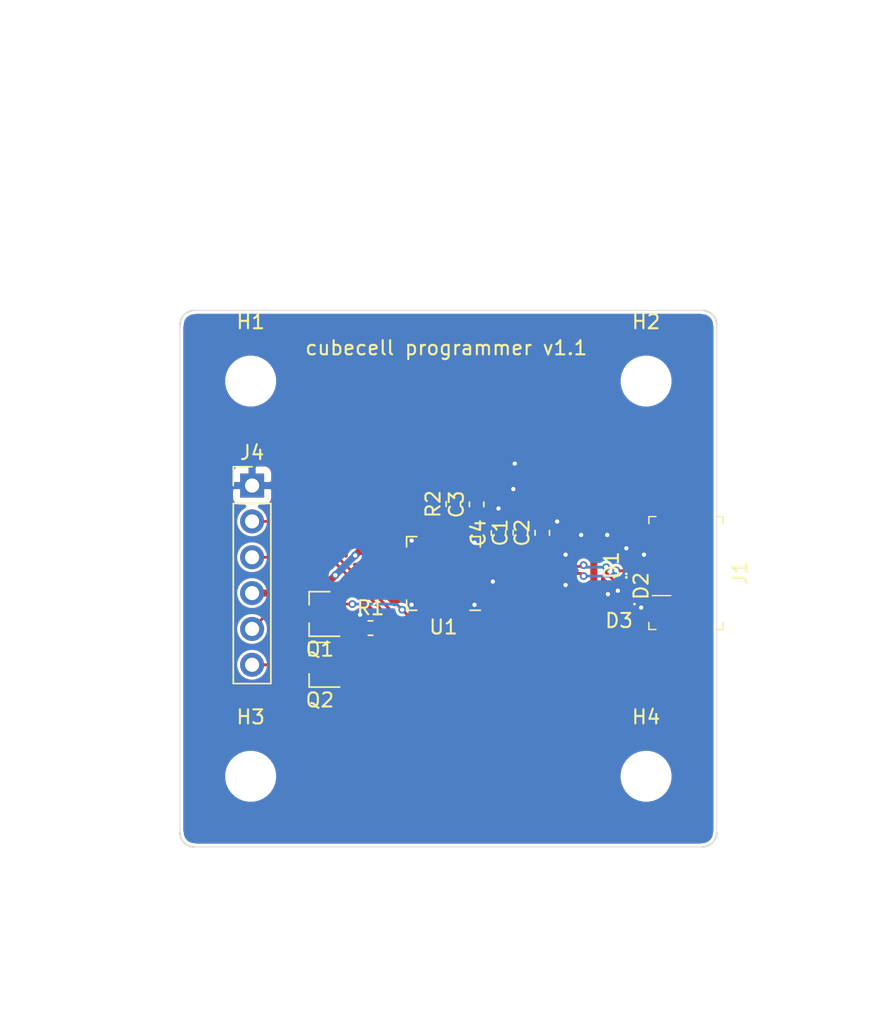
<source format=kicad_pcb>
(kicad_pcb (version 20171130) (host pcbnew "(5.1.5)-3")

  (general
    (thickness 1.6)
    (drawings 9)
    (tracks 170)
    (zones 0)
    (modules 18)
    (nets 32)
  )

  (page A4)
  (layers
    (0 F.Cu signal)
    (31 B.Cu signal)
    (32 B.Adhes user)
    (33 F.Adhes user)
    (34 B.Paste user)
    (35 F.Paste user)
    (36 B.SilkS user)
    (37 F.SilkS user)
    (38 B.Mask user)
    (39 F.Mask user)
    (40 Dwgs.User user)
    (41 Cmts.User user)
    (42 Eco1.User user)
    (43 Eco2.User user)
    (44 Edge.Cuts user)
    (45 Margin user)
    (46 B.CrtYd user)
    (47 F.CrtYd user)
    (48 B.Fab user)
    (49 F.Fab user)
  )

  (setup
    (last_trace_width 0.2)
    (user_trace_width 0.12)
    (user_trace_width 0.2)
    (user_trace_width 0.5)
    (user_trace_width 1)
    (user_trace_width 2)
    (trace_clearance 0.2)
    (zone_clearance 0.25)
    (zone_45_only no)
    (trace_min 0.15)
    (via_size 0.55)
    (via_drill 0.3)
    (via_min_size 0.45)
    (via_min_drill 0.2)
    (uvia_size 0.3)
    (uvia_drill 0.1)
    (uvias_allowed no)
    (uvia_min_size 0.2)
    (uvia_min_drill 0.1)
    (edge_width 0.05)
    (segment_width 0.2)
    (pcb_text_width 0.3)
    (pcb_text_size 1.5 1.5)
    (mod_edge_width 0.12)
    (mod_text_size 1 1)
    (mod_text_width 0.15)
    (pad_size 1.524 1.524)
    (pad_drill 0.762)
    (pad_to_mask_clearance 0.04)
    (solder_mask_min_width 0.1)
    (aux_axis_origin 0 0)
    (visible_elements 7FFFFFFF)
    (pcbplotparams
      (layerselection 0x010fc_ffffffff)
      (usegerberextensions false)
      (usegerberattributes false)
      (usegerberadvancedattributes false)
      (creategerberjobfile false)
      (excludeedgelayer true)
      (linewidth 0.100000)
      (plotframeref false)
      (viasonmask false)
      (mode 1)
      (useauxorigin false)
      (hpglpennumber 1)
      (hpglpenspeed 20)
      (hpglpendiameter 15.000000)
      (psnegative false)
      (psa4output false)
      (plotreference true)
      (plotvalue true)
      (plotinvisibletext false)
      (padsonsilk false)
      (subtractmaskfromsilk false)
      (outputformat 1)
      (mirror false)
      (drillshape 0)
      (scaleselection 1)
      (outputdirectory "gerber"))
  )

  (net 0 "")
  (net 1 GND)
  (net 2 +5V)
  (net 3 /RST)
  (net 4 /GPIO0)
  (net 5 /Rx)
  (net 6 /Tx)
  (net 7 "Net-(C1-Pad1)")
  (net 8 "Net-(J1-Pad4)")
  (net 9 "Net-(J1-PadSH)")
  (net 10 /RTS)
  (net 11 /DTR)
  (net 12 "Net-(R2-Pad1)")
  (net 13 "Net-(U1-Pad27)")
  (net 14 "Net-(U1-Pad23)")
  (net 15 "Net-(U1-Pad22)")
  (net 16 "Net-(U1-Pad21)")
  (net 17 "Net-(U1-Pad20)")
  (net 18 "Net-(U1-Pad19)")
  (net 19 "Net-(U1-Pad18)")
  (net 20 "Net-(U1-Pad17)")
  (net 21 "Net-(U1-Pad16)")
  (net 22 "Net-(U1-Pad15)")
  (net 23 "Net-(U1-Pad14)")
  (net 24 "Net-(U1-Pad13)")
  (net 25 "Net-(U1-Pad12)")
  (net 26 "Net-(U1-Pad11)")
  (net 27 "Net-(U1-Pad10)")
  (net 28 "Net-(U1-Pad2)")
  (net 29 "Net-(U1-Pad1)")
  (net 30 /D-)
  (net 31 /D+)

  (net_class Default "This is the default net class."
    (clearance 0.2)
    (trace_width 0.2)
    (via_dia 0.55)
    (via_drill 0.3)
    (uvia_dia 0.3)
    (uvia_drill 0.1)
    (add_net +5V)
    (add_net /D+)
    (add_net /D-)
    (add_net /DTR)
    (add_net /GPIO0)
    (add_net /RST)
    (add_net /RTS)
    (add_net /Rx)
    (add_net /Tx)
    (add_net GND)
    (add_net "Net-(C1-Pad1)")
    (add_net "Net-(J1-Pad4)")
    (add_net "Net-(J1-PadSH)")
    (add_net "Net-(R2-Pad1)")
    (add_net "Net-(U1-Pad1)")
    (add_net "Net-(U1-Pad10)")
    (add_net "Net-(U1-Pad11)")
    (add_net "Net-(U1-Pad12)")
    (add_net "Net-(U1-Pad13)")
    (add_net "Net-(U1-Pad14)")
    (add_net "Net-(U1-Pad15)")
    (add_net "Net-(U1-Pad16)")
    (add_net "Net-(U1-Pad17)")
    (add_net "Net-(U1-Pad18)")
    (add_net "Net-(U1-Pad19)")
    (add_net "Net-(U1-Pad2)")
    (add_net "Net-(U1-Pad20)")
    (add_net "Net-(U1-Pad21)")
    (add_net "Net-(U1-Pad22)")
    (add_net "Net-(U1-Pad23)")
    (add_net "Net-(U1-Pad27)")
  )

  (module Diode_SMD:D_0402_1005Metric (layer F.Cu) (tedit 5B301BBE) (tstamp 5EC23ED6)
    (at 142.085 131.8 180)
    (descr "Diode SMD 0402 (1005 Metric), square (rectangular) end terminal, IPC_7351 nominal, (Body size source: http://www.tortai-tech.com/upload/download/2011102023233369053.pdf), generated with kicad-footprint-generator")
    (tags diode)
    (path /5EC21336)
    (attr smd)
    (fp_text reference D3 (at 0 -1.17) (layer F.SilkS)
      (effects (font (size 1 1) (thickness 0.15)))
    )
    (fp_text value ESD9B5.0ST5G (at 0 1.17) (layer F.Fab)
      (effects (font (size 1 1) (thickness 0.15)))
    )
    (fp_text user %R (at 0 0) (layer F.Fab)
      (effects (font (size 0.25 0.25) (thickness 0.04)))
    )
    (fp_line (start 0.93 0.47) (end -0.93 0.47) (layer F.CrtYd) (width 0.05))
    (fp_line (start 0.93 -0.47) (end 0.93 0.47) (layer F.CrtYd) (width 0.05))
    (fp_line (start -0.93 -0.47) (end 0.93 -0.47) (layer F.CrtYd) (width 0.05))
    (fp_line (start -0.93 0.47) (end -0.93 -0.47) (layer F.CrtYd) (width 0.05))
    (fp_line (start -0.3 0.25) (end -0.3 -0.25) (layer F.Fab) (width 0.1))
    (fp_line (start -0.4 0.25) (end -0.4 -0.25) (layer F.Fab) (width 0.1))
    (fp_line (start 0.5 0.25) (end -0.5 0.25) (layer F.Fab) (width 0.1))
    (fp_line (start 0.5 -0.25) (end 0.5 0.25) (layer F.Fab) (width 0.1))
    (fp_line (start -0.5 -0.25) (end 0.5 -0.25) (layer F.Fab) (width 0.1))
    (fp_line (start -0.5 0.25) (end -0.5 -0.25) (layer F.Fab) (width 0.1))
    (fp_circle (center -1.09 0) (end -1.04 0) (layer F.SilkS) (width 0.1))
    (pad 2 smd roundrect (at 0.485 0 180) (size 0.59 0.64) (layers F.Cu F.Paste F.Mask) (roundrect_rratio 0.25)
      (net 1 GND))
    (pad 1 smd roundrect (at -0.485 0 180) (size 0.59 0.64) (layers F.Cu F.Paste F.Mask) (roundrect_rratio 0.25)
      (net 2 +5V))
    (model ${KISYS3DMOD}/Diode_SMD.3dshapes/D_0402_1005Metric.wrl
      (at (xyz 0 0 0))
      (scale (xyz 1 1 1))
      (rotate (xyz 0 0 0))
    )
  )

  (module Diode_SMD:D_0201_0603Metric (layer F.Cu) (tedit 5B301BBE) (tstamp 5EC23EC4)
    (at 142.6 130.52 270)
    (descr "Diode SMD 0201 (0603 Metric), square (rectangular) end terminal, IPC_7351 nominal, (Body size source: https://www.vishay.com/docs/20052/crcw0201e3.pdf), generated with kicad-footprint-generator")
    (tags diode)
    (path /5EC2514C)
    (attr smd)
    (fp_text reference D2 (at 0 -1.05 90) (layer F.SilkS)
      (effects (font (size 1 1) (thickness 0.15)))
    )
    (fp_text value ESD7331MUT5G (at 0 1.05 90) (layer F.Fab)
      (effects (font (size 1 1) (thickness 0.15)))
    )
    (fp_text user %R (at 0 -0.68 90) (layer F.Fab)
      (effects (font (size 0.25 0.25) (thickness 0.04)))
    )
    (fp_line (start 0.7 0.35) (end -0.7 0.35) (layer F.CrtYd) (width 0.05))
    (fp_line (start 0.7 -0.35) (end 0.7 0.35) (layer F.CrtYd) (width 0.05))
    (fp_line (start -0.7 -0.35) (end 0.7 -0.35) (layer F.CrtYd) (width 0.05))
    (fp_line (start -0.7 0.35) (end -0.7 -0.35) (layer F.CrtYd) (width 0.05))
    (fp_line (start -0.1 0.15) (end -0.1 -0.15) (layer F.Fab) (width 0.1))
    (fp_line (start -0.2 0.15) (end -0.2 -0.15) (layer F.Fab) (width 0.1))
    (fp_line (start 0.3 0.15) (end -0.3 0.15) (layer F.Fab) (width 0.1))
    (fp_line (start 0.3 -0.15) (end 0.3 0.15) (layer F.Fab) (width 0.1))
    (fp_line (start -0.3 -0.15) (end 0.3 -0.15) (layer F.Fab) (width 0.1))
    (fp_line (start -0.3 0.15) (end -0.3 -0.15) (layer F.Fab) (width 0.1))
    (fp_circle (center -0.86 0) (end -0.81 0) (layer F.SilkS) (width 0.1))
    (pad 2 smd roundrect (at 0.32 0 270) (size 0.46 0.4) (layers F.Cu F.Mask) (roundrect_rratio 0.25)
      (net 1 GND))
    (pad 1 smd roundrect (at -0.32 0 270) (size 0.46 0.4) (layers F.Cu F.Mask) (roundrect_rratio 0.25)
      (net 30 /D-))
    (pad "" smd roundrect (at 0.345 0 270) (size 0.318 0.36) (layers F.Paste) (roundrect_rratio 0.25))
    (pad "" smd roundrect (at -0.345 0 270) (size 0.318 0.36) (layers F.Paste) (roundrect_rratio 0.25))
    (model ${KISYS3DMOD}/Diode_SMD.3dshapes/D_0201_0603Metric.wrl
      (at (xyz 0 0 0))
      (scale (xyz 1 1 1))
      (rotate (xyz 0 0 0))
    )
  )

  (module Diode_SMD:D_0201_0603Metric (layer F.Cu) (tedit 5B301BBE) (tstamp 5EC23EB0)
    (at 142.6 129.05 90)
    (descr "Diode SMD 0201 (0603 Metric), square (rectangular) end terminal, IPC_7351 nominal, (Body size source: https://www.vishay.com/docs/20052/crcw0201e3.pdf), generated with kicad-footprint-generator")
    (tags diode)
    (path /5EC254A5)
    (attr smd)
    (fp_text reference D1 (at 0 -1.05 90) (layer F.SilkS)
      (effects (font (size 1 1) (thickness 0.15)))
    )
    (fp_text value ESD7331MUT5G (at 0 1.05 90) (layer F.Fab)
      (effects (font (size 1 1) (thickness 0.15)))
    )
    (fp_text user %R (at 0 -0.68 90) (layer F.Fab)
      (effects (font (size 0.25 0.25) (thickness 0.04)))
    )
    (fp_line (start 0.7 0.35) (end -0.7 0.35) (layer F.CrtYd) (width 0.05))
    (fp_line (start 0.7 -0.35) (end 0.7 0.35) (layer F.CrtYd) (width 0.05))
    (fp_line (start -0.7 -0.35) (end 0.7 -0.35) (layer F.CrtYd) (width 0.05))
    (fp_line (start -0.7 0.35) (end -0.7 -0.35) (layer F.CrtYd) (width 0.05))
    (fp_line (start -0.1 0.15) (end -0.1 -0.15) (layer F.Fab) (width 0.1))
    (fp_line (start -0.2 0.15) (end -0.2 -0.15) (layer F.Fab) (width 0.1))
    (fp_line (start 0.3 0.15) (end -0.3 0.15) (layer F.Fab) (width 0.1))
    (fp_line (start 0.3 -0.15) (end 0.3 0.15) (layer F.Fab) (width 0.1))
    (fp_line (start -0.3 -0.15) (end 0.3 -0.15) (layer F.Fab) (width 0.1))
    (fp_line (start -0.3 0.15) (end -0.3 -0.15) (layer F.Fab) (width 0.1))
    (fp_circle (center -0.86 0) (end -0.81 0) (layer F.SilkS) (width 0.1))
    (pad 2 smd roundrect (at 0.32 0 90) (size 0.46 0.4) (layers F.Cu F.Mask) (roundrect_rratio 0.25)
      (net 1 GND))
    (pad 1 smd roundrect (at -0.32 0 90) (size 0.46 0.4) (layers F.Cu F.Mask) (roundrect_rratio 0.25)
      (net 31 /D+))
    (pad "" smd roundrect (at 0.345 0 90) (size 0.318 0.36) (layers F.Paste) (roundrect_rratio 0.25))
    (pad "" smd roundrect (at -0.345 0 90) (size 0.318 0.36) (layers F.Paste) (roundrect_rratio 0.25))
    (model ${KISYS3DMOD}/Diode_SMD.3dshapes/D_0201_0603Metric.wrl
      (at (xyz 0 0 0))
      (scale (xyz 1 1 1))
      (rotate (xyz 0 0 0))
    )
  )

  (module parts:QFN-28-1EP_5x5mm_P0.5mm_EP3.35x3.35mm (layer F.Cu) (tedit 5C1FD453) (tstamp 5EB3BA24)
    (at 129.65 129.63 180)
    (descr "QFN, 28 Pin (http://ww1.microchip.com/downloads/en/PackagingSpec/00000049BQ.pdf#page=283), generated with kicad-footprint-generator ipc_dfn_qfn_generator.py")
    (tags "QFN DFN_QFN")
    (path /5EB3EB50)
    (attr smd)
    (fp_text reference U1 (at 0 -3.8) (layer F.SilkS)
      (effects (font (size 1 1) (thickness 0.15)))
    )
    (fp_text value CP2102N-A01-GQFN28 (at 0 3.8) (layer F.Fab)
      (effects (font (size 1 1) (thickness 0.15)))
    )
    (fp_text user %R (at 0 0) (layer F.Fab)
      (effects (font (size 1 1) (thickness 0.15)))
    )
    (fp_line (start 3.1 -3.1) (end -3.1 -3.1) (layer F.CrtYd) (width 0.05))
    (fp_line (start 3.1 3.1) (end 3.1 -3.1) (layer F.CrtYd) (width 0.05))
    (fp_line (start -3.1 3.1) (end 3.1 3.1) (layer F.CrtYd) (width 0.05))
    (fp_line (start -3.1 -3.1) (end -3.1 3.1) (layer F.CrtYd) (width 0.05))
    (fp_line (start -2.5 -1.5) (end -1.5 -2.5) (layer F.Fab) (width 0.1))
    (fp_line (start -2.5 2.5) (end -2.5 -1.5) (layer F.Fab) (width 0.1))
    (fp_line (start 2.5 2.5) (end -2.5 2.5) (layer F.Fab) (width 0.1))
    (fp_line (start 2.5 -2.5) (end 2.5 2.5) (layer F.Fab) (width 0.1))
    (fp_line (start -1.5 -2.5) (end 2.5 -2.5) (layer F.Fab) (width 0.1))
    (fp_line (start -1.885 -2.61) (end -2.61 -2.61) (layer F.SilkS) (width 0.12))
    (fp_line (start 2.61 2.61) (end 2.61 1.885) (layer F.SilkS) (width 0.12))
    (fp_line (start 1.885 2.61) (end 2.61 2.61) (layer F.SilkS) (width 0.12))
    (fp_line (start -2.61 2.61) (end -2.61 1.885) (layer F.SilkS) (width 0.12))
    (fp_line (start -1.885 2.61) (end -2.61 2.61) (layer F.SilkS) (width 0.12))
    (fp_line (start 2.61 -2.61) (end 2.61 -1.885) (layer F.SilkS) (width 0.12))
    (fp_line (start 1.885 -2.61) (end 2.61 -2.61) (layer F.SilkS) (width 0.12))
    (pad 28 smd roundrect (at -1.5 -2.45 180) (size 0.25 0.8) (layers F.Cu F.Paste F.Mask) (roundrect_rratio 0.25)
      (net 11 /DTR))
    (pad 27 smd roundrect (at -1 -2.45 180) (size 0.25 0.8) (layers F.Cu F.Paste F.Mask) (roundrect_rratio 0.25)
      (net 13 "Net-(U1-Pad27)"))
    (pad 26 smd roundrect (at -0.5 -2.45 180) (size 0.25 0.8) (layers F.Cu F.Paste F.Mask) (roundrect_rratio 0.25)
      (net 5 /Rx))
    (pad 25 smd roundrect (at 0 -2.45 180) (size 0.25 0.8) (layers F.Cu F.Paste F.Mask) (roundrect_rratio 0.25)
      (net 6 /Tx))
    (pad 24 smd roundrect (at 0.5 -2.45 180) (size 0.25 0.8) (layers F.Cu F.Paste F.Mask) (roundrect_rratio 0.25)
      (net 10 /RTS))
    (pad 23 smd roundrect (at 1 -2.45 180) (size 0.25 0.8) (layers F.Cu F.Paste F.Mask) (roundrect_rratio 0.25)
      (net 14 "Net-(U1-Pad23)"))
    (pad 22 smd roundrect (at 1.5 -2.45 180) (size 0.25 0.8) (layers F.Cu F.Paste F.Mask) (roundrect_rratio 0.25)
      (net 15 "Net-(U1-Pad22)"))
    (pad 21 smd roundrect (at 2.45 -1.5 180) (size 0.8 0.25) (layers F.Cu F.Paste F.Mask) (roundrect_rratio 0.25)
      (net 16 "Net-(U1-Pad21)"))
    (pad 20 smd roundrect (at 2.45 -1 180) (size 0.8 0.25) (layers F.Cu F.Paste F.Mask) (roundrect_rratio 0.25)
      (net 17 "Net-(U1-Pad20)"))
    (pad 19 smd roundrect (at 2.45 -0.5 180) (size 0.8 0.25) (layers F.Cu F.Paste F.Mask) (roundrect_rratio 0.25)
      (net 18 "Net-(U1-Pad19)"))
    (pad 18 smd roundrect (at 2.45 0 180) (size 0.8 0.25) (layers F.Cu F.Paste F.Mask) (roundrect_rratio 0.25)
      (net 19 "Net-(U1-Pad18)"))
    (pad 17 smd roundrect (at 2.45 0.5 180) (size 0.8 0.25) (layers F.Cu F.Paste F.Mask) (roundrect_rratio 0.25)
      (net 20 "Net-(U1-Pad17)"))
    (pad 16 smd roundrect (at 2.45 1 180) (size 0.8 0.25) (layers F.Cu F.Paste F.Mask) (roundrect_rratio 0.25)
      (net 21 "Net-(U1-Pad16)"))
    (pad 15 smd roundrect (at 2.45 1.5 180) (size 0.8 0.25) (layers F.Cu F.Paste F.Mask) (roundrect_rratio 0.25)
      (net 22 "Net-(U1-Pad15)"))
    (pad 14 smd roundrect (at 1.5 2.45 180) (size 0.25 0.8) (layers F.Cu F.Paste F.Mask) (roundrect_rratio 0.25)
      (net 23 "Net-(U1-Pad14)"))
    (pad 13 smd roundrect (at 1 2.45 180) (size 0.25 0.8) (layers F.Cu F.Paste F.Mask) (roundrect_rratio 0.25)
      (net 24 "Net-(U1-Pad13)"))
    (pad 12 smd roundrect (at 0.5 2.45 180) (size 0.25 0.8) (layers F.Cu F.Paste F.Mask) (roundrect_rratio 0.25)
      (net 25 "Net-(U1-Pad12)"))
    (pad 11 smd roundrect (at 0 2.45 180) (size 0.25 0.8) (layers F.Cu F.Paste F.Mask) (roundrect_rratio 0.25)
      (net 26 "Net-(U1-Pad11)"))
    (pad 10 smd roundrect (at -0.5 2.45 180) (size 0.25 0.8) (layers F.Cu F.Paste F.Mask) (roundrect_rratio 0.25)
      (net 27 "Net-(U1-Pad10)"))
    (pad 9 smd roundrect (at -1 2.45 180) (size 0.25 0.8) (layers F.Cu F.Paste F.Mask) (roundrect_rratio 0.25)
      (net 12 "Net-(R2-Pad1)"))
    (pad 8 smd roundrect (at -1.5 2.45 180) (size 0.25 0.8) (layers F.Cu F.Paste F.Mask) (roundrect_rratio 0.25)
      (net 2 +5V))
    (pad 7 smd roundrect (at -2.45 1.5 180) (size 0.8 0.25) (layers F.Cu F.Paste F.Mask) (roundrect_rratio 0.25)
      (net 2 +5V))
    (pad 6 smd roundrect (at -2.45 1 180) (size 0.8 0.25) (layers F.Cu F.Paste F.Mask) (roundrect_rratio 0.25)
      (net 7 "Net-(C1-Pad1)"))
    (pad 5 smd roundrect (at -2.45 0.5 180) (size 0.8 0.25) (layers F.Cu F.Paste F.Mask) (roundrect_rratio 0.25)
      (net 30 /D-))
    (pad 4 smd roundrect (at -2.45 0 180) (size 0.8 0.25) (layers F.Cu F.Paste F.Mask) (roundrect_rratio 0.25)
      (net 31 /D+))
    (pad 3 smd roundrect (at -2.45 -0.5 180) (size 0.8 0.25) (layers F.Cu F.Paste F.Mask) (roundrect_rratio 0.25)
      (net 1 GND))
    (pad 2 smd roundrect (at -2.45 -1 180) (size 0.8 0.25) (layers F.Cu F.Paste F.Mask) (roundrect_rratio 0.25)
      (net 28 "Net-(U1-Pad2)"))
    (pad 1 smd roundrect (at -2.45 -1.5 180) (size 0.8 0.25) (layers F.Cu F.Paste F.Mask) (roundrect_rratio 0.25)
      (net 29 "Net-(U1-Pad1)"))
    (pad "" smd roundrect (at 1.12 1.12 180) (size 0.9 0.9) (layers F.Paste) (roundrect_rratio 0.25))
    (pad "" smd roundrect (at 1.12 0 180) (size 0.9 0.9) (layers F.Paste) (roundrect_rratio 0.25))
    (pad "" smd roundrect (at 1.12 -1.12 180) (size 0.9 0.9) (layers F.Paste) (roundrect_rratio 0.25))
    (pad "" smd roundrect (at 0 1.12 180) (size 0.9 0.9) (layers F.Paste) (roundrect_rratio 0.25))
    (pad "" smd roundrect (at 0 0 180) (size 0.9 0.9) (layers F.Paste) (roundrect_rratio 0.25))
    (pad "" smd roundrect (at 0 -1.12 180) (size 0.9 0.9) (layers F.Paste) (roundrect_rratio 0.25))
    (pad "" smd roundrect (at -1.12 1.12 180) (size 0.9 0.9) (layers F.Paste) (roundrect_rratio 0.25))
    (pad "" smd roundrect (at -1.12 0 180) (size 0.9 0.9) (layers F.Paste) (roundrect_rratio 0.25))
    (pad "" smd roundrect (at -1.12 -1.12 180) (size 0.9 0.9) (layers F.Paste) (roundrect_rratio 0.25))
    (pad 29 smd roundrect (at 0 0 180) (size 3.35 3.35) (layers F.Cu F.Mask) (roundrect_rratio 0.074627)
      (net 1 GND))
    (model ${KISYS3DMOD}/Package_DFN_QFN.3dshapes/QFN-28-1EP_5x5mm_P0.5mm_EP3.35x3.35mm.wrl
      (at (xyz 0 0 0))
      (scale (xyz 1 1 1))
      (rotate (xyz 0 0 0))
    )
  )

  (module parts:SOT-23 (layer F.Cu) (tedit 5A02FF57) (tstamp 5EB3B9C7)
    (at 120.9 136.1 180)
    (descr "SOT-23, Standard")
    (tags SOT-23)
    (path /5EB7BCC8)
    (attr smd)
    (fp_text reference Q2 (at 0 -2.5) (layer F.SilkS)
      (effects (font (size 1 1) (thickness 0.15)))
    )
    (fp_text value AO3400A (at 0 2.5) (layer F.Fab)
      (effects (font (size 1 1) (thickness 0.15)))
    )
    (fp_line (start 0.76 1.58) (end -0.7 1.58) (layer F.SilkS) (width 0.12))
    (fp_line (start 0.76 -1.58) (end -1.4 -1.58) (layer F.SilkS) (width 0.12))
    (fp_line (start -1.7 1.75) (end -1.7 -1.75) (layer F.CrtYd) (width 0.05))
    (fp_line (start 1.7 1.75) (end -1.7 1.75) (layer F.CrtYd) (width 0.05))
    (fp_line (start 1.7 -1.75) (end 1.7 1.75) (layer F.CrtYd) (width 0.05))
    (fp_line (start -1.7 -1.75) (end 1.7 -1.75) (layer F.CrtYd) (width 0.05))
    (fp_line (start 0.76 -1.58) (end 0.76 -0.65) (layer F.SilkS) (width 0.12))
    (fp_line (start 0.76 1.58) (end 0.76 0.65) (layer F.SilkS) (width 0.12))
    (fp_line (start -0.7 1.52) (end 0.7 1.52) (layer F.Fab) (width 0.1))
    (fp_line (start 0.7 -1.52) (end 0.7 1.52) (layer F.Fab) (width 0.1))
    (fp_line (start -0.7 -0.95) (end -0.15 -1.52) (layer F.Fab) (width 0.1))
    (fp_line (start -0.15 -1.52) (end 0.7 -1.52) (layer F.Fab) (width 0.1))
    (fp_line (start -0.7 -0.95) (end -0.7 1.5) (layer F.Fab) (width 0.1))
    (fp_text user %R (at 0 0 90) (layer F.Fab)
      (effects (font (size 0.5 0.5) (thickness 0.075)))
    )
    (pad 3 smd rect (at 1 0 180) (size 0.9 0.8) (layers F.Cu F.Paste F.Mask)
      (net 4 /GPIO0))
    (pad 2 smd rect (at -1 0.95 180) (size 0.9 0.8) (layers F.Cu F.Paste F.Mask)
      (net 11 /DTR))
    (pad 1 smd rect (at -1 -0.95 180) (size 0.9 0.8) (layers F.Cu F.Paste F.Mask)
      (net 10 /RTS))
    (model ${KISYS3DMOD}/Package_TO_SOT_SMD.3dshapes/SOT-23.wrl
      (at (xyz 0 0 0))
      (scale (xyz 1 1 1))
      (rotate (xyz 0 0 0))
    )
  )

  (module parts:SOT-23 (layer F.Cu) (tedit 5A02FF57) (tstamp 5EB3B9B2)
    (at 120.9 132.5 180)
    (descr "SOT-23, Standard")
    (tags SOT-23)
    (path /5EB7ADA1)
    (attr smd)
    (fp_text reference Q1 (at 0 -2.5) (layer F.SilkS)
      (effects (font (size 1 1) (thickness 0.15)))
    )
    (fp_text value AO3400A (at 0 2.5) (layer F.Fab)
      (effects (font (size 1 1) (thickness 0.15)))
    )
    (fp_line (start 0.76 1.58) (end -0.7 1.58) (layer F.SilkS) (width 0.12))
    (fp_line (start 0.76 -1.58) (end -1.4 -1.58) (layer F.SilkS) (width 0.12))
    (fp_line (start -1.7 1.75) (end -1.7 -1.75) (layer F.CrtYd) (width 0.05))
    (fp_line (start 1.7 1.75) (end -1.7 1.75) (layer F.CrtYd) (width 0.05))
    (fp_line (start 1.7 -1.75) (end 1.7 1.75) (layer F.CrtYd) (width 0.05))
    (fp_line (start -1.7 -1.75) (end 1.7 -1.75) (layer F.CrtYd) (width 0.05))
    (fp_line (start 0.76 -1.58) (end 0.76 -0.65) (layer F.SilkS) (width 0.12))
    (fp_line (start 0.76 1.58) (end 0.76 0.65) (layer F.SilkS) (width 0.12))
    (fp_line (start -0.7 1.52) (end 0.7 1.52) (layer F.Fab) (width 0.1))
    (fp_line (start 0.7 -1.52) (end 0.7 1.52) (layer F.Fab) (width 0.1))
    (fp_line (start -0.7 -0.95) (end -0.15 -1.52) (layer F.Fab) (width 0.1))
    (fp_line (start -0.15 -1.52) (end 0.7 -1.52) (layer F.Fab) (width 0.1))
    (fp_line (start -0.7 -0.95) (end -0.7 1.5) (layer F.Fab) (width 0.1))
    (fp_text user %R (at 0 0 90) (layer F.Fab)
      (effects (font (size 0.5 0.5) (thickness 0.075)))
    )
    (pad 3 smd rect (at 1 0 180) (size 0.9 0.8) (layers F.Cu F.Paste F.Mask)
      (net 3 /RST))
    (pad 2 smd rect (at -1 0.95 180) (size 0.9 0.8) (layers F.Cu F.Paste F.Mask)
      (net 10 /RTS))
    (pad 1 smd rect (at -1 -0.95 180) (size 0.9 0.8) (layers F.Cu F.Paste F.Mask)
      (net 11 /DTR))
    (model ${KISYS3DMOD}/Package_TO_SOT_SMD.3dshapes/SOT-23.wrl
      (at (xyz 0 0 0))
      (scale (xyz 1 1 1))
      (rotate (xyz 0 0 0))
    )
  )

  (module parts:USB_Micro_B_Female_0473460001 (layer F.Cu) (tedit 5EA5A708) (tstamp 5EB3B96B)
    (at 147.75 129.6 270)
    (descr http://www.molex.com/pdm_docs/sd/473460001_sd.pdf)
    (path /5EB35EC3)
    (attr smd)
    (fp_text reference J1 (at 0 -2.9 90) (layer F.SilkS)
      (effects (font (size 1 1) (thickness 0.15)))
    )
    (fp_text value 0473460001 (at 0 4.85 90) (layer F.Fab)
      (effects (font (size 1 1) (thickness 0.15)))
    )
    (fp_line (start 3.9 3.42) (end -3.9 3.42) (layer F.Fab) (width 0.1))
    (fp_line (start 3.9 3.42) (end 3.9 -1.58) (layer F.Fab) (width 0.1))
    (fp_line (start -3.9 3.42) (end -3.9 -1.58) (layer F.Fab) (width 0.1))
    (fp_line (start 3.9 -1.58) (end -3.9 -1.58) (layer F.Fab) (width 0.1))
    (fp_line (start 4 3.55) (end 4 3.05) (layer F.SilkS) (width 0.1))
    (fp_line (start 4 3.55) (end 3.5 3.55) (layer F.SilkS) (width 0.1))
    (fp_line (start 4 -1.7) (end 4 -1.15) (layer F.SilkS) (width 0.1))
    (fp_line (start 4 -1.7) (end 3.5 -1.7) (layer F.SilkS) (width 0.1))
    (fp_line (start 1.6 3.3) (end 1.6 2) (layer F.SilkS) (width 0.1))
    (fp_line (start -4 3.55) (end -4 3.05) (layer F.SilkS) (width 0.1))
    (fp_line (start -4 3.55) (end -3.5 3.55) (layer F.SilkS) (width 0.1))
    (fp_line (start -4 -1.7) (end -4 -1.2) (layer F.SilkS) (width 0.1))
    (fp_line (start -4 -1.7) (end -3.5 -1.7) (layer F.SilkS) (width 0.1))
    (fp_line (start 4.35 -1.83) (end 4.35 3.67) (layer F.CrtYd) (width 0.05))
    (fp_line (start 4.35 -1.83) (end -4.35 -1.83) (layer F.CrtYd) (width 0.05))
    (fp_line (start -4.35 -1.83) (end -4.35 3.67) (layer F.CrtYd) (width 0.05))
    (fp_line (start 4.35 3.67) (end -4.35 3.67) (layer F.CrtYd) (width 0.05))
    (pad 5 smd rect (at -1.3 2.66 180) (size 1.38 0.45) (layers F.Cu F.Paste F.Mask)
      (net 1 GND))
    (pad 4 smd rect (at -0.65 2.66 180) (size 1.38 0.45) (layers F.Cu F.Paste F.Mask)
      (net 8 "Net-(J1-Pad4)"))
    (pad 3 smd rect (at 0 2.66 180) (size 1.38 0.45) (layers F.Cu F.Paste F.Mask)
      (net 31 /D+))
    (pad 2 smd rect (at 0.65 2.66 180) (size 1.38 0.45) (layers F.Cu F.Paste F.Mask)
      (net 30 /D-))
    (pad 1 smd rect (at 1.3 2.66 180) (size 1.38 0.45) (layers F.Cu F.Paste F.Mask)
      (net 2 +5V))
    (pad SH smd rect (at 2.4625 2.3 180) (size 2.1 1.475) (layers F.Cu F.Paste F.Mask)
      (net 9 "Net-(J1-PadSH)"))
    (pad SH smd rect (at 0.8375 0 180) (size 1.9 1.175) (layers F.Cu F.Paste F.Mask)
      (net 9 "Net-(J1-PadSH)"))
    (pad SH smd rect (at -2.9125 0 180) (size 1.9 2.375) (layers F.Cu F.Paste F.Mask)
      (net 9 "Net-(J1-PadSH)"))
    (pad SH smd rect (at 2.9125 0 180) (size 1.9 2.375) (layers F.Cu F.Paste F.Mask)
      (net 9 "Net-(J1-PadSH)"))
    (pad SH smd rect (at -0.8375 0 180) (size 1.9 1.175) (layers F.Cu F.Paste F.Mask)
      (net 9 "Net-(J1-PadSH)"))
    (pad SH smd rect (at -2.4625 2.3 180) (size 2.1 1.475) (layers F.Cu F.Paste F.Mask)
      (net 9 "Net-(J1-PadSH)"))
    (model ${KISYS3DMOD}/Connector_USB.3dshapes/USB_Micro-B_Molex_47346-0001.step
      (offset (xyz 0 -1.5 0))
      (scale (xyz 1 1 1))
      (rotate (xyz 0 0 180))
    )
  )

  (module parts:R_0603_1608Metric (layer F.Cu) (tedit 5B301BBD) (tstamp 5EB3B9E9)
    (at 130.35 124.7125 90)
    (descr "Resistor SMD 0603 (1608 Metric), square (rectangular) end terminal, IPC_7351 nominal, (Body size source: http://www.tortai-tech.com/upload/download/2011102023233369053.pdf), generated with kicad-footprint-generator")
    (tags resistor)
    (path /5EB49AF7)
    (attr smd)
    (fp_text reference R2 (at 0 -1.43 90) (layer F.SilkS)
      (effects (font (size 1 1) (thickness 0.15)))
    )
    (fp_text value 4.7k (at 0 1.43 90) (layer F.Fab)
      (effects (font (size 1 1) (thickness 0.15)))
    )
    (fp_text user %R (at 0 0 90) (layer F.Fab)
      (effects (font (size 0.4 0.4) (thickness 0.06)))
    )
    (fp_line (start 1.48 0.73) (end -1.48 0.73) (layer F.CrtYd) (width 0.05))
    (fp_line (start 1.48 -0.73) (end 1.48 0.73) (layer F.CrtYd) (width 0.05))
    (fp_line (start -1.48 -0.73) (end 1.48 -0.73) (layer F.CrtYd) (width 0.05))
    (fp_line (start -1.48 0.73) (end -1.48 -0.73) (layer F.CrtYd) (width 0.05))
    (fp_line (start -0.162779 0.51) (end 0.162779 0.51) (layer F.SilkS) (width 0.12))
    (fp_line (start -0.162779 -0.51) (end 0.162779 -0.51) (layer F.SilkS) (width 0.12))
    (fp_line (start 0.8 0.4) (end -0.8 0.4) (layer F.Fab) (width 0.1))
    (fp_line (start 0.8 -0.4) (end 0.8 0.4) (layer F.Fab) (width 0.1))
    (fp_line (start -0.8 -0.4) (end 0.8 -0.4) (layer F.Fab) (width 0.1))
    (fp_line (start -0.8 0.4) (end -0.8 -0.4) (layer F.Fab) (width 0.1))
    (pad 2 smd roundrect (at 0.7875 0 90) (size 0.875 0.95) (layers F.Cu F.Paste F.Mask) (roundrect_rratio 0.25)
      (net 2 +5V))
    (pad 1 smd roundrect (at -0.7875 0 90) (size 0.875 0.95) (layers F.Cu F.Paste F.Mask) (roundrect_rratio 0.25)
      (net 12 "Net-(R2-Pad1)"))
    (model ${KISYS3DMOD}/Resistor_SMD.3dshapes/R_0603_1608Metric.wrl
      (at (xyz 0 0 0))
      (scale (xyz 1 1 1))
      (rotate (xyz 0 0 0))
    )
  )

  (module parts:R_0603_1608Metric (layer F.Cu) (tedit 5B301BBD) (tstamp 5EB3B9D8)
    (at 124.4875 133.5)
    (descr "Resistor SMD 0603 (1608 Metric), square (rectangular) end terminal, IPC_7351 nominal, (Body size source: http://www.tortai-tech.com/upload/download/2011102023233369053.pdf), generated with kicad-footprint-generator")
    (tags resistor)
    (path /5EB6F3DD)
    (attr smd)
    (fp_text reference R1 (at 0 -1.43) (layer F.SilkS)
      (effects (font (size 1 1) (thickness 0.15)))
    )
    (fp_text value 10k (at 0 1.43) (layer F.Fab)
      (effects (font (size 1 1) (thickness 0.15)))
    )
    (fp_text user %R (at 0 0) (layer F.Fab)
      (effects (font (size 0.4 0.4) (thickness 0.06)))
    )
    (fp_line (start 1.48 0.73) (end -1.48 0.73) (layer F.CrtYd) (width 0.05))
    (fp_line (start 1.48 -0.73) (end 1.48 0.73) (layer F.CrtYd) (width 0.05))
    (fp_line (start -1.48 -0.73) (end 1.48 -0.73) (layer F.CrtYd) (width 0.05))
    (fp_line (start -1.48 0.73) (end -1.48 -0.73) (layer F.CrtYd) (width 0.05))
    (fp_line (start -0.162779 0.51) (end 0.162779 0.51) (layer F.SilkS) (width 0.12))
    (fp_line (start -0.162779 -0.51) (end 0.162779 -0.51) (layer F.SilkS) (width 0.12))
    (fp_line (start 0.8 0.4) (end -0.8 0.4) (layer F.Fab) (width 0.1))
    (fp_line (start 0.8 -0.4) (end 0.8 0.4) (layer F.Fab) (width 0.1))
    (fp_line (start -0.8 -0.4) (end 0.8 -0.4) (layer F.Fab) (width 0.1))
    (fp_line (start -0.8 0.4) (end -0.8 -0.4) (layer F.Fab) (width 0.1))
    (pad 2 smd roundrect (at 0.7875 0) (size 0.875 0.95) (layers F.Cu F.Paste F.Mask) (roundrect_rratio 0.25)
      (net 5 /Rx))
    (pad 1 smd roundrect (at -0.7875 0) (size 0.875 0.95) (layers F.Cu F.Paste F.Mask) (roundrect_rratio 0.25)
      (net 1 GND))
    (model ${KISYS3DMOD}/Resistor_SMD.3dshapes/R_0603_1608Metric.wrl
      (at (xyz 0 0 0))
      (scale (xyz 1 1 1))
      (rotate (xyz 0 0 0))
    )
  )

  (module parts:C_0603_1608Metric (layer F.Cu) (tedit 5B301BBE) (tstamp 5EB3B913)
    (at 133.55 126.7625 90)
    (descr "Capacitor SMD 0603 (1608 Metric), square (rectangular) end terminal, IPC_7351 nominal, (Body size source: http://www.tortai-tech.com/upload/download/2011102023233369053.pdf), generated with kicad-footprint-generator")
    (tags capacitor)
    (path /5EB4FD64)
    (attr smd)
    (fp_text reference C4 (at 0 -1.43 90) (layer F.SilkS)
      (effects (font (size 1 1) (thickness 0.15)))
    )
    (fp_text value 100nF (at 0 1.43 90) (layer F.Fab)
      (effects (font (size 1 1) (thickness 0.15)))
    )
    (fp_text user %R (at 0 0 90) (layer F.Fab)
      (effects (font (size 0.4 0.4) (thickness 0.06)))
    )
    (fp_line (start 1.48 0.73) (end -1.48 0.73) (layer F.CrtYd) (width 0.05))
    (fp_line (start 1.48 -0.73) (end 1.48 0.73) (layer F.CrtYd) (width 0.05))
    (fp_line (start -1.48 -0.73) (end 1.48 -0.73) (layer F.CrtYd) (width 0.05))
    (fp_line (start -1.48 0.73) (end -1.48 -0.73) (layer F.CrtYd) (width 0.05))
    (fp_line (start -0.162779 0.51) (end 0.162779 0.51) (layer F.SilkS) (width 0.12))
    (fp_line (start -0.162779 -0.51) (end 0.162779 -0.51) (layer F.SilkS) (width 0.12))
    (fp_line (start 0.8 0.4) (end -0.8 0.4) (layer F.Fab) (width 0.1))
    (fp_line (start 0.8 -0.4) (end 0.8 0.4) (layer F.Fab) (width 0.1))
    (fp_line (start -0.8 -0.4) (end 0.8 -0.4) (layer F.Fab) (width 0.1))
    (fp_line (start -0.8 0.4) (end -0.8 -0.4) (layer F.Fab) (width 0.1))
    (pad 2 smd roundrect (at 0.7875 0 90) (size 0.875 0.95) (layers F.Cu F.Paste F.Mask) (roundrect_rratio 0.25)
      (net 1 GND))
    (pad 1 smd roundrect (at -0.7875 0 90) (size 0.875 0.95) (layers F.Cu F.Paste F.Mask) (roundrect_rratio 0.25)
      (net 2 +5V))
    (model ${KISYS3DMOD}/Capacitor_SMD.3dshapes/C_0603_1608Metric.wrl
      (at (xyz 0 0 0))
      (scale (xyz 1 1 1))
      (rotate (xyz 0 0 0))
    )
  )

  (module parts:C_0603_1608Metric (layer F.Cu) (tedit 5B301BBE) (tstamp 5EB3B902)
    (at 132 124.7375 90)
    (descr "Capacitor SMD 0603 (1608 Metric), square (rectangular) end terminal, IPC_7351 nominal, (Body size source: http://www.tortai-tech.com/upload/download/2011102023233369053.pdf), generated with kicad-footprint-generator")
    (tags capacitor)
    (path /5EB4C1F7)
    (attr smd)
    (fp_text reference C3 (at 0 -1.43 90) (layer F.SilkS)
      (effects (font (size 1 1) (thickness 0.15)))
    )
    (fp_text value 4.7uF (at 0 1.43 90) (layer F.Fab)
      (effects (font (size 1 1) (thickness 0.15)))
    )
    (fp_text user %R (at 0 0 90) (layer F.Fab)
      (effects (font (size 0.4 0.4) (thickness 0.06)))
    )
    (fp_line (start 1.48 0.73) (end -1.48 0.73) (layer F.CrtYd) (width 0.05))
    (fp_line (start 1.48 -0.73) (end 1.48 0.73) (layer F.CrtYd) (width 0.05))
    (fp_line (start -1.48 -0.73) (end 1.48 -0.73) (layer F.CrtYd) (width 0.05))
    (fp_line (start -1.48 0.73) (end -1.48 -0.73) (layer F.CrtYd) (width 0.05))
    (fp_line (start -0.162779 0.51) (end 0.162779 0.51) (layer F.SilkS) (width 0.12))
    (fp_line (start -0.162779 -0.51) (end 0.162779 -0.51) (layer F.SilkS) (width 0.12))
    (fp_line (start 0.8 0.4) (end -0.8 0.4) (layer F.Fab) (width 0.1))
    (fp_line (start 0.8 -0.4) (end 0.8 0.4) (layer F.Fab) (width 0.1))
    (fp_line (start -0.8 -0.4) (end 0.8 -0.4) (layer F.Fab) (width 0.1))
    (fp_line (start -0.8 0.4) (end -0.8 -0.4) (layer F.Fab) (width 0.1))
    (pad 2 smd roundrect (at 0.7875 0 90) (size 0.875 0.95) (layers F.Cu F.Paste F.Mask) (roundrect_rratio 0.25)
      (net 1 GND))
    (pad 1 smd roundrect (at -0.7875 0 90) (size 0.875 0.95) (layers F.Cu F.Paste F.Mask) (roundrect_rratio 0.25)
      (net 2 +5V))
    (model ${KISYS3DMOD}/Capacitor_SMD.3dshapes/C_0603_1608Metric.wrl
      (at (xyz 0 0 0))
      (scale (xyz 1 1 1))
      (rotate (xyz 0 0 0))
    )
  )

  (module parts:C_0603_1608Metric (layer F.Cu) (tedit 5B301BBE) (tstamp 5EB3B8F1)
    (at 136.65 126.75 90)
    (descr "Capacitor SMD 0603 (1608 Metric), square (rectangular) end terminal, IPC_7351 nominal, (Body size source: http://www.tortai-tech.com/upload/download/2011102023233369053.pdf), generated with kicad-footprint-generator")
    (tags capacitor)
    (path /5EB4DD43)
    (attr smd)
    (fp_text reference C2 (at 0 -1.43 90) (layer F.SilkS)
      (effects (font (size 1 1) (thickness 0.15)))
    )
    (fp_text value 4.7uF (at 0 1.43 90) (layer F.Fab)
      (effects (font (size 1 1) (thickness 0.15)))
    )
    (fp_text user %R (at 0 0 90) (layer F.Fab)
      (effects (font (size 0.4 0.4) (thickness 0.06)))
    )
    (fp_line (start 1.48 0.73) (end -1.48 0.73) (layer F.CrtYd) (width 0.05))
    (fp_line (start 1.48 -0.73) (end 1.48 0.73) (layer F.CrtYd) (width 0.05))
    (fp_line (start -1.48 -0.73) (end 1.48 -0.73) (layer F.CrtYd) (width 0.05))
    (fp_line (start -1.48 0.73) (end -1.48 -0.73) (layer F.CrtYd) (width 0.05))
    (fp_line (start -0.162779 0.51) (end 0.162779 0.51) (layer F.SilkS) (width 0.12))
    (fp_line (start -0.162779 -0.51) (end 0.162779 -0.51) (layer F.SilkS) (width 0.12))
    (fp_line (start 0.8 0.4) (end -0.8 0.4) (layer F.Fab) (width 0.1))
    (fp_line (start 0.8 -0.4) (end 0.8 0.4) (layer F.Fab) (width 0.1))
    (fp_line (start -0.8 -0.4) (end 0.8 -0.4) (layer F.Fab) (width 0.1))
    (fp_line (start -0.8 0.4) (end -0.8 -0.4) (layer F.Fab) (width 0.1))
    (pad 2 smd roundrect (at 0.7875 0 90) (size 0.875 0.95) (layers F.Cu F.Paste F.Mask) (roundrect_rratio 0.25)
      (net 1 GND))
    (pad 1 smd roundrect (at -0.7875 0 90) (size 0.875 0.95) (layers F.Cu F.Paste F.Mask) (roundrect_rratio 0.25)
      (net 7 "Net-(C1-Pad1)"))
    (model ${KISYS3DMOD}/Capacitor_SMD.3dshapes/C_0603_1608Metric.wrl
      (at (xyz 0 0 0))
      (scale (xyz 1 1 1))
      (rotate (xyz 0 0 0))
    )
  )

  (module parts:C_0603_1608Metric (layer F.Cu) (tedit 5B301BBE) (tstamp 5EB3B8E0)
    (at 135.1 126.7375 90)
    (descr "Capacitor SMD 0603 (1608 Metric), square (rectangular) end terminal, IPC_7351 nominal, (Body size source: http://www.tortai-tech.com/upload/download/2011102023233369053.pdf), generated with kicad-footprint-generator")
    (tags capacitor)
    (path /5EB4EE48)
    (attr smd)
    (fp_text reference C1 (at 0 -1.43 90) (layer F.SilkS)
      (effects (font (size 1 1) (thickness 0.15)))
    )
    (fp_text value 100nF (at 0 1.43 90) (layer F.Fab)
      (effects (font (size 1 1) (thickness 0.15)))
    )
    (fp_text user %R (at 0 0 90) (layer F.Fab)
      (effects (font (size 0.4 0.4) (thickness 0.06)))
    )
    (fp_line (start 1.48 0.73) (end -1.48 0.73) (layer F.CrtYd) (width 0.05))
    (fp_line (start 1.48 -0.73) (end 1.48 0.73) (layer F.CrtYd) (width 0.05))
    (fp_line (start -1.48 -0.73) (end 1.48 -0.73) (layer F.CrtYd) (width 0.05))
    (fp_line (start -1.48 0.73) (end -1.48 -0.73) (layer F.CrtYd) (width 0.05))
    (fp_line (start -0.162779 0.51) (end 0.162779 0.51) (layer F.SilkS) (width 0.12))
    (fp_line (start -0.162779 -0.51) (end 0.162779 -0.51) (layer F.SilkS) (width 0.12))
    (fp_line (start 0.8 0.4) (end -0.8 0.4) (layer F.Fab) (width 0.1))
    (fp_line (start 0.8 -0.4) (end 0.8 0.4) (layer F.Fab) (width 0.1))
    (fp_line (start -0.8 -0.4) (end 0.8 -0.4) (layer F.Fab) (width 0.1))
    (fp_line (start -0.8 0.4) (end -0.8 -0.4) (layer F.Fab) (width 0.1))
    (pad 2 smd roundrect (at 0.7875 0 90) (size 0.875 0.95) (layers F.Cu F.Paste F.Mask) (roundrect_rratio 0.25)
      (net 1 GND))
    (pad 1 smd roundrect (at -0.7875 0 90) (size 0.875 0.95) (layers F.Cu F.Paste F.Mask) (roundrect_rratio 0.25)
      (net 7 "Net-(C1-Pad1)"))
    (model ${KISYS3DMOD}/Capacitor_SMD.3dshapes/C_0603_1608Metric.wrl
      (at (xyz 0 0 0))
      (scale (xyz 1 1 1))
      (rotate (xyz 0 0 0))
    )
  )

  (module MountingHole:MountingHole_3.2mm_M3 (layer F.Cu) (tedit 56D1B4CB) (tstamp 5EB2F21A)
    (at 144 144)
    (descr "Mounting Hole 3.2mm, no annular, M3")
    (tags "mounting hole 3.2mm no annular m3")
    (path /5EBBD192)
    (attr virtual)
    (fp_text reference H4 (at 0 -4.2) (layer F.SilkS)
      (effects (font (size 1 1) (thickness 0.15)))
    )
    (fp_text value MountingHole (at 0 4.2) (layer F.Fab)
      (effects (font (size 1 1) (thickness 0.15)))
    )
    (fp_circle (center 0 0) (end 3.45 0) (layer F.CrtYd) (width 0.05))
    (fp_circle (center 0 0) (end 3.2 0) (layer Cmts.User) (width 0.15))
    (fp_text user %R (at 0.3 0) (layer F.Fab)
      (effects (font (size 1 1) (thickness 0.15)))
    )
    (pad 1 np_thru_hole circle (at 0 0) (size 3.2 3.2) (drill 3.2) (layers *.Cu *.Mask))
  )

  (module MountingHole:MountingHole_3.2mm_M3 (layer F.Cu) (tedit 56D1B4CB) (tstamp 5EB3BBC0)
    (at 116 144)
    (descr "Mounting Hole 3.2mm, no annular, M3")
    (tags "mounting hole 3.2mm no annular m3")
    (path /5EBBD18A)
    (attr virtual)
    (fp_text reference H3 (at 0 -4.2) (layer F.SilkS)
      (effects (font (size 1 1) (thickness 0.15)))
    )
    (fp_text value MountingHole (at 0.75 4) (layer F.Fab)
      (effects (font (size 1 1) (thickness 0.15)))
    )
    (fp_circle (center 0 0) (end 3.45 0) (layer F.CrtYd) (width 0.05))
    (fp_circle (center 0 0) (end 3.2 0) (layer Cmts.User) (width 0.15))
    (fp_text user %R (at 0.3 0) (layer F.Fab)
      (effects (font (size 1 1) (thickness 0.15)))
    )
    (pad 1 np_thru_hole circle (at 0 0) (size 3.2 3.2) (drill 3.2) (layers *.Cu *.Mask))
  )

  (module Connector_PinHeader_2.54mm:PinHeader_1x06_P2.54mm_Vertical (layer F.Cu) (tedit 59FED5CC) (tstamp 5EB3BC50)
    (at 116.1 123.4)
    (descr "Through hole straight pin header, 1x06, 2.54mm pitch, single row")
    (tags "Through hole pin header THT 1x06 2.54mm single row")
    (path /5EB45877)
    (fp_text reference J4 (at 0 -2.33) (layer F.SilkS)
      (effects (font (size 1 1) (thickness 0.15)))
    )
    (fp_text value Conn_01x06_Male (at 0 15.03) (layer F.Fab)
      (effects (font (size 1 1) (thickness 0.15)))
    )
    (fp_text user %R (at 0 6.35 90) (layer F.Fab)
      (effects (font (size 1 1) (thickness 0.15)))
    )
    (fp_line (start 1.8 -1.8) (end -1.8 -1.8) (layer F.CrtYd) (width 0.05))
    (fp_line (start 1.8 14.5) (end 1.8 -1.8) (layer F.CrtYd) (width 0.05))
    (fp_line (start -1.8 14.5) (end 1.8 14.5) (layer F.CrtYd) (width 0.05))
    (fp_line (start -1.8 -1.8) (end -1.8 14.5) (layer F.CrtYd) (width 0.05))
    (fp_line (start -1.33 -1.33) (end 0 -1.33) (layer F.SilkS) (width 0.12))
    (fp_line (start -1.33 0) (end -1.33 -1.33) (layer F.SilkS) (width 0.12))
    (fp_line (start -1.33 1.27) (end 1.33 1.27) (layer F.SilkS) (width 0.12))
    (fp_line (start 1.33 1.27) (end 1.33 14.03) (layer F.SilkS) (width 0.12))
    (fp_line (start -1.33 1.27) (end -1.33 14.03) (layer F.SilkS) (width 0.12))
    (fp_line (start -1.33 14.03) (end 1.33 14.03) (layer F.SilkS) (width 0.12))
    (fp_line (start -1.27 -0.635) (end -0.635 -1.27) (layer F.Fab) (width 0.1))
    (fp_line (start -1.27 13.97) (end -1.27 -0.635) (layer F.Fab) (width 0.1))
    (fp_line (start 1.27 13.97) (end -1.27 13.97) (layer F.Fab) (width 0.1))
    (fp_line (start 1.27 -1.27) (end 1.27 13.97) (layer F.Fab) (width 0.1))
    (fp_line (start -0.635 -1.27) (end 1.27 -1.27) (layer F.Fab) (width 0.1))
    (pad 6 thru_hole oval (at 0 12.7) (size 1.7 1.7) (drill 1) (layers *.Cu *.Mask)
      (net 4 /GPIO0))
    (pad 5 thru_hole oval (at 0 10.16) (size 1.7 1.7) (drill 1) (layers *.Cu *.Mask)
      (net 3 /RST))
    (pad 4 thru_hole oval (at 0 7.62) (size 1.7 1.7) (drill 1) (layers *.Cu *.Mask)
      (net 2 +5V))
    (pad 3 thru_hole oval (at 0 5.08) (size 1.7 1.7) (drill 1) (layers *.Cu *.Mask)
      (net 5 /Rx))
    (pad 2 thru_hole oval (at 0 2.54) (size 1.7 1.7) (drill 1) (layers *.Cu *.Mask)
      (net 6 /Tx))
    (pad 1 thru_hole rect (at 0 0) (size 1.7 1.7) (drill 1) (layers *.Cu *.Mask)
      (net 1 GND))
    (model ${KISYS3DMOD}/Connector_PinHeader_2.54mm.3dshapes/PinHeader_1x06_P2.54mm_Vertical.wrl
      (at (xyz 0 0 0))
      (scale (xyz 1 1 1))
      (rotate (xyz 0 0 0))
    )
  )

  (module MountingHole:MountingHole_3.2mm_M3 (layer F.Cu) (tedit 56D1B4CB) (tstamp 5E78F281)
    (at 144 116)
    (descr "Mounting Hole 3.2mm, no annular, M3")
    (tags "mounting hole 3.2mm no annular m3")
    (path /5E78B712)
    (attr virtual)
    (fp_text reference H2 (at 0 -4.2) (layer F.SilkS)
      (effects (font (size 1 1) (thickness 0.15)))
    )
    (fp_text value MountingHole (at 0 4.2) (layer F.Fab)
      (effects (font (size 1 1) (thickness 0.15)))
    )
    (fp_circle (center 0 0) (end 3.45 0) (layer F.CrtYd) (width 0.05))
    (fp_circle (center 0 0) (end 3.2 0) (layer Cmts.User) (width 0.15))
    (fp_text user %R (at 0.2 -0.15) (layer F.Fab)
      (effects (font (size 1 1) (thickness 0.15)))
    )
    (pad 1 np_thru_hole circle (at 0 0) (size 3.2 3.2) (drill 3.2) (layers *.Cu *.Mask))
  )

  (module MountingHole:MountingHole_3.2mm_M3 (layer F.Cu) (tedit 56D1B4CB) (tstamp 5EB2F593)
    (at 116 116)
    (descr "Mounting Hole 3.2mm, no annular, M3")
    (tags "mounting hole 3.2mm no annular m3")
    (path /5E78AEAB)
    (attr virtual)
    (fp_text reference H1 (at 0 -4.2) (layer F.SilkS)
      (effects (font (size 1 1) (thickness 0.15)))
    )
    (fp_text value MountingHole (at 0 4.2) (layer F.Fab)
      (effects (font (size 1 1) (thickness 0.15)))
    )
    (fp_circle (center 0 0) (end 3.45 0) (layer F.CrtYd) (width 0.05))
    (fp_circle (center 0 0) (end 3.2 0) (layer Cmts.User) (width 0.15))
    (fp_text user %R (at 0.1 -0.6) (layer F.Fab)
      (effects (font (size 1 1) (thickness 0.15)))
    )
    (pad 1 np_thru_hole circle (at 0 0) (size 3.2 3.2) (drill 3.2) (layers *.Cu *.Mask))
  )

  (gr_line (start 149 148) (end 149 112) (layer Edge.Cuts) (width 0.05) (tstamp 5EB2E111))
  (gr_text "cubecell programmer v1.1" (at 129.85 113.65) (layer F.SilkS)
    (effects (font (size 1 1) (thickness 0.15)))
  )
  (gr_arc (start 148 148) (end 148 149) (angle -90) (layer Edge.Cuts) (width 0.12) (tstamp 5E788F2B))
  (gr_arc (start 112 148) (end 111 148) (angle -90) (layer Edge.Cuts) (width 0.12) (tstamp 5E788F2B))
  (gr_arc (start 112 112) (end 112 111) (angle -90) (layer Edge.Cuts) (width 0.12) (tstamp 5E788F2B))
  (gr_arc (start 148 112) (end 149 112) (angle -90) (layer Edge.Cuts) (width 0.12))
  (gr_line (start 148 149) (end 112 149) (layer Edge.Cuts) (width 0.05) (tstamp 5E752D78))
  (gr_line (start 112 111) (end 148 111) (layer Edge.Cuts) (width 0.05) (tstamp 5E755131))
  (gr_line (start 111 148) (end 111 112) (layer Edge.Cuts) (width 0.05))

  (via (at 143.85 128.3) (size 0.55) (drill 0.3) (layers F.Cu B.Cu) (net 1))
  (segment (start 145.09 128.3) (end 143.85 128.3) (width 0.2) (layer F.Cu) (net 1))
  (segment (start 132.475 123.95) (end 133.55 125.025) (width 0.2) (layer F.Cu) (net 1))
  (segment (start 132 123.95) (end 132.475 123.95) (width 0.2) (layer F.Cu) (net 1))
  (segment (start 133.575 125.95) (end 133.55 125.975) (width 0.2) (layer F.Cu) (net 1))
  (segment (start 135.1 125.95) (end 133.575 125.95) (width 0.2) (layer F.Cu) (net 1))
  (segment (start 135.1 125.95) (end 137.15 125.95) (width 0.2) (layer F.Cu) (net 1))
  (segment (start 137.1375 125.9625) (end 136.65 125.9625) (width 0.2) (layer F.Cu) (net 1))
  (segment (start 137.15 125.95) (end 137.1375 125.9625) (width 0.2) (layer F.Cu) (net 1))
  (segment (start 130.15 130.13) (end 132.1 130.13) (width 0.2) (layer F.Cu) (net 1))
  (segment (start 129.65 129.63) (end 130.15 130.13) (width 0.2) (layer F.Cu) (net 1))
  (via (at 131.85 131.85) (size 0.55) (drill 0.3) (layers F.Cu B.Cu) (net 1))
  (segment (start 129.65 129.63) (end 129.65 129.65) (width 0.2) (layer F.Cu) (net 1))
  (segment (start 129.65 129.65) (end 131.85 131.85) (width 0.2) (layer F.Cu) (net 1))
  (via (at 127.391865 131.844231) (size 0.55) (drill 0.3) (layers F.Cu B.Cu) (net 1))
  (segment (start 127.681086 131.55501) (end 127.391865 131.844231) (width 0.2) (layer F.Cu) (net 1))
  (segment (start 127.72499 131.55501) (end 127.681086 131.55501) (width 0.2) (layer F.Cu) (net 1))
  (segment (start 129.65 129.63) (end 127.72499 131.55501) (width 0.2) (layer F.Cu) (net 1))
  (segment (start 129.65 129.63) (end 127.4 127.38) (width 0.2) (layer F.Cu) (net 1))
  (via (at 127.4 127.3) (size 0.55) (drill 0.3) (layers F.Cu B.Cu) (net 1))
  (segment (start 127.4 127.38) (end 127.4 127.3) (width 0.2) (layer F.Cu) (net 1))
  (via (at 131.85 127.45) (size 0.55) (drill 0.3) (layers F.Cu B.Cu) (net 1))
  (segment (start 129.65 129.63) (end 129.67 129.63) (width 0.2) (layer F.Cu) (net 1))
  (segment (start 129.67 129.63) (end 131.85 127.45) (width 0.2) (layer F.Cu) (net 1))
  (via (at 133.55 125.025) (size 0.55) (drill 0.3) (layers F.Cu B.Cu) (net 1))
  (segment (start 133.55 125.975) (end 133.55 125.025) (width 0.2) (layer F.Cu) (net 1))
  (segment (start 136.65 125.9625) (end 137.6875 125.9625) (width 0.2) (layer F.Cu) (net 1))
  (via (at 137.7 125.95) (size 0.55) (drill 0.3) (layers F.Cu B.Cu) (net 1))
  (segment (start 137.6875 125.9625) (end 137.7 125.95) (width 0.2) (layer F.Cu) (net 1))
  (via (at 123.75 132.55) (size 0.55) (drill 0.3) (layers F.Cu B.Cu) (net 1))
  (segment (start 123.7 133.5) (end 123.7 132.6) (width 0.2) (layer F.Cu) (net 1))
  (segment (start 123.7 132.6) (end 123.75 132.55) (width 0.2) (layer F.Cu) (net 1))
  (segment (start 124.024999 132.275001) (end 125.625001 132.275001) (width 0.2) (layer B.Cu) (net 1))
  (segment (start 123.75 132.55) (end 124.024999 132.275001) (width 0.2) (layer B.Cu) (net 1))
  (segment (start 125.625001 132.275001) (end 126.25 132.9) (width 0.2) (layer B.Cu) (net 1))
  (segment (start 126.25 132.9) (end 127.3 132.9) (width 0.2) (layer B.Cu) (net 1))
  (segment (start 127.391865 132.808135) (end 127.391865 131.844231) (width 0.2) (layer B.Cu) (net 1))
  (segment (start 127.3 132.9) (end 127.391865 132.808135) (width 0.2) (layer B.Cu) (net 1))
  (segment (start 133.07499 130.13) (end 133.15 130.20501) (width 0.2) (layer F.Cu) (net 1))
  (via (at 133.15 130.20501) (size 0.55) (drill 0.3) (layers F.Cu B.Cu) (net 1))
  (segment (start 132.1 130.13) (end 133.07499 130.13) (width 0.2) (layer F.Cu) (net 1))
  (via (at 142 130.85) (size 0.55) (drill 0.3) (layers F.Cu B.Cu) (net 1))
  (segment (start 142.6 130.84) (end 142.01 130.84) (width 0.2) (layer F.Cu) (net 1))
  (segment (start 142.01 130.84) (end 142 130.85) (width 0.2) (layer F.Cu) (net 1))
  (via (at 141.3 131.1) (size 0.55) (drill 0.3) (layers F.Cu B.Cu) (net 1))
  (segment (start 142 130.85) (end 141.55 130.85) (width 0.2) (layer B.Cu) (net 1))
  (segment (start 141.55 130.85) (end 141.3 131.1) (width 0.2) (layer B.Cu) (net 1))
  (segment (start 141.3 131.5) (end 141.6 131.8) (width 0.2) (layer F.Cu) (net 1))
  (segment (start 141.3 131.1) (end 141.3 131.5) (width 0.2) (layer F.Cu) (net 1))
  (segment (start 142 130.85) (end 142.6 130.25) (width 0.2) (layer B.Cu) (net 1))
  (segment (start 143.85 128.3) (end 143.05 128.3) (width 0.2) (layer B.Cu) (net 1))
  (segment (start 142.6 128.1) (end 142.6 127.85) (width 0.2) (layer F.Cu) (net 1))
  (segment (start 143.05 128.3) (end 142.6 127.85) (width 0.2) (layer B.Cu) (net 1))
  (via (at 142.6 127.85) (size 0.55) (drill 0.3) (layers F.Cu B.Cu) (net 1))
  (segment (start 142.6 128.8) (end 142.6 128.1) (width 0.2) (layer F.Cu) (net 1))
  (segment (start 142.6 130.25) (end 142.6 127.85) (width 0.2) (layer B.Cu) (net 1))
  (via (at 141.25 126.9) (size 0.55) (drill 0.3) (layers F.Cu B.Cu) (net 1))
  (via (at 139.4 126.9) (size 0.55) (drill 0.3) (layers F.Cu B.Cu) (net 1))
  (via (at 134.6 123.65) (size 0.55) (drill 0.3) (layers F.Cu B.Cu) (net 1))
  (via (at 134.7 121.85) (size 0.55) (drill 0.3) (layers F.Cu B.Cu) (net 1))
  (via (at 138.3 128.3) (size 0.55) (drill 0.3) (layers F.Cu B.Cu) (net 1))
  (via (at 138.3 130.45) (size 0.55) (drill 0.3) (layers F.Cu B.Cu) (net 1))
  (via (at 143.65 132.05) (size 0.55) (drill 0.3) (layers F.Cu B.Cu) (net 1))
  (via (at 122 129.75) (size 0.55) (drill 0.3) (layers F.Cu B.Cu) (net 2))
  (segment (start 116.1 131.02) (end 120.73 131.02) (width 0.5) (layer F.Cu) (net 2))
  (segment (start 120.73 131.02) (end 122 129.75) (width 0.5) (layer F.Cu) (net 2))
  (via (at 123.4 128.35) (size 0.55) (drill 0.3) (layers F.Cu B.Cu) (net 2))
  (segment (start 122 129.75) (end 123.4 128.35) (width 0.5) (layer B.Cu) (net 2))
  (segment (start 123.674999 128.075001) (end 123.774999 128.075001) (width 0.5) (layer F.Cu) (net 2))
  (segment (start 123.4 128.35) (end 123.674999 128.075001) (width 0.5) (layer F.Cu) (net 2))
  (segment (start 123.774999 128.075001) (end 129.1 122.75) (width 0.5) (layer F.Cu) (net 2))
  (segment (start 131.15 122.85) (end 131.05 122.75) (width 0.2) (layer F.Cu) (net 2))
  (segment (start 129.1 122.75) (end 131.05 122.75) (width 0.5) (layer F.Cu) (net 2))
  (segment (start 131.05 122.75) (end 137.25 122.75) (width 0.5) (layer F.Cu) (net 2))
  (segment (start 130.35 123.925) (end 131.125 123.925) (width 0.2) (layer F.Cu) (net 2))
  (segment (start 131.125 123.925) (end 131.15 123.95) (width 0.2) (layer F.Cu) (net 2))
  (segment (start 131.15 123.95) (end 131.15 122.85) (width 0.2) (layer F.Cu) (net 2))
  (segment (start 117.16 132.5) (end 116.1 133.56) (width 0.2) (layer F.Cu) (net 3))
  (segment (start 119.9 132.5) (end 117.16 132.5) (width 0.2) (layer F.Cu) (net 3))
  (segment (start 119.9 136.1) (end 116.1 136.1) (width 0.2) (layer F.Cu) (net 4))
  (segment (start 126.816145 133.700022) (end 129.074046 133.700022) (width 0.2) (layer F.Cu) (net 5))
  (segment (start 130.15 132.624068) (end 130.15 132.48) (width 0.2) (layer F.Cu) (net 5))
  (segment (start 130.15 132.48) (end 130.15 132.08) (width 0.2) (layer F.Cu) (net 5))
  (segment (start 129.074046 133.700022) (end 130.15 132.624068) (width 0.2) (layer F.Cu) (net 5))
  (segment (start 116.1 128.48) (end 121.596123 128.48) (width 0.2) (layer F.Cu) (net 5))
  (segment (start 126.05 133.1625) (end 126.05 133) (width 0.2) (layer F.Cu) (net 5))
  (segment (start 125.275 133.5) (end 125.7125 133.5) (width 0.2) (layer F.Cu) (net 5))
  (segment (start 125.7125 133.5) (end 126.05 133.1625) (width 0.2) (layer F.Cu) (net 5))
  (segment (start 121.596123 128.48) (end 126.05 133) (width 0.2) (layer F.Cu) (net 5))
  (segment (start 126.05 133) (end 126.816145 133.700022) (width 0.2) (layer F.Cu) (net 5))
  (segment (start 129.65 132.558368) (end 128.908357 133.300011) (width 0.2) (layer F.Cu) (net 6))
  (segment (start 129.65 132.08) (end 129.65 132.558368) (width 0.2) (layer F.Cu) (net 6))
  (segment (start 119.621823 125.94) (end 117.302081 125.94) (width 0.2) (layer F.Cu) (net 6))
  (segment (start 128.908357 133.300011) (end 126.981834 133.300011) (width 0.2) (layer F.Cu) (net 6))
  (segment (start 117.302081 125.94) (end 116.1 125.94) (width 0.2) (layer F.Cu) (net 6))
  (segment (start 126.981834 133.300011) (end 119.621823 125.94) (width 0.2) (layer F.Cu) (net 6))
  (segment (start 134.4325 128.63) (end 135.1 127.9625) (width 0.2) (layer F.Cu) (net 7))
  (segment (start 135.1 127.9625) (end 135.1 127.525) (width 0.2) (layer F.Cu) (net 7))
  (segment (start 132.1 128.63) (end 134.4325 128.63) (width 0.2) (layer F.Cu) (net 7))
  (segment (start 136.6375 127.525) (end 136.65 127.5375) (width 0.2) (layer F.Cu) (net 7))
  (segment (start 135.1 127.525) (end 136.6375 127.525) (width 0.2) (layer F.Cu) (net 7))
  (segment (start 133.075 127.55) (end 133.55 127.55) (width 0.2) (layer F.Cu) (net 2))
  (segment (start 132 126.475) (end 133.075 127.55) (width 0.2) (layer F.Cu) (net 2))
  (segment (start 132 125.525) (end 132 126.475) (width 0.2) (layer F.Cu) (net 2))
  (segment (start 132.97 128.13) (end 133.55 127.55) (width 0.2) (layer F.Cu) (net 2))
  (segment (start 132.1 128.13) (end 132.97 128.13) (width 0.2) (layer F.Cu) (net 2))
  (segment (start 142.57 132.12) (end 142.57 131.8) (width 0.5) (layer F.Cu) (net 2))
  (segment (start 140.3 125.8) (end 140.3 131.665008) (width 0.5) (layer F.Cu) (net 2))
  (segment (start 142.11999 132.57001) (end 142.57 132.12) (width 0.5) (layer F.Cu) (net 2))
  (segment (start 140.3 131.665008) (end 141.205002 132.57001) (width 0.5) (layer F.Cu) (net 2))
  (segment (start 141.205002 132.57001) (end 142.11999 132.57001) (width 0.5) (layer F.Cu) (net 2))
  (segment (start 137.25 122.75) (end 140.3 125.8) (width 0.5) (layer F.Cu) (net 2))
  (segment (start 143.47 130.9) (end 142.57 131.8) (width 0.2) (layer F.Cu) (net 2))
  (segment (start 145.09 130.9) (end 143.47 130.9) (width 0.2) (layer F.Cu) (net 2))
  (segment (start 131.175 125.525) (end 131.15 125.55) (width 0.2) (layer F.Cu) (net 2))
  (segment (start 131.15 127.18) (end 131.15 125.55) (width 0.2) (layer F.Cu) (net 2))
  (segment (start 132 125.525) (end 131.175 125.525) (width 0.2) (layer F.Cu) (net 2))
  (segment (start 131.15 125.55) (end 131.15 123.95) (width 0.2) (layer F.Cu) (net 2))
  (segment (start 147.15 132.5125) (end 147.75 132.5125) (width 0.2) (layer F.Cu) (net 9))
  (segment (start 146.7 132.0625) (end 147.15 132.5125) (width 0.2) (layer F.Cu) (net 9))
  (segment (start 145.45 132.0625) (end 146.7 132.0625) (width 0.2) (layer F.Cu) (net 9))
  (segment (start 147.75 131.125) (end 147.75 126.6875) (width 0.2) (layer F.Cu) (net 9))
  (segment (start 147.75 132.5125) (end 147.75 131.125) (width 0.2) (layer F.Cu) (net 9))
  (segment (start 147.3 127.1375) (end 147.75 126.6875) (width 0.2) (layer F.Cu) (net 9))
  (segment (start 145.45 127.1375) (end 147.3 127.1375) (width 0.2) (layer F.Cu) (net 9))
  (segment (start 121.25 131.55) (end 121.9 131.55) (width 0.2) (layer F.Cu) (net 10))
  (segment (start 121.149999 136.949999) (end 121.149999 131.650001) (width 0.2) (layer F.Cu) (net 10))
  (segment (start 121.25 137.05) (end 121.149999 136.949999) (width 0.2) (layer F.Cu) (net 10))
  (segment (start 121.149999 131.650001) (end 121.25 131.55) (width 0.2) (layer F.Cu) (net 10))
  (segment (start 121.9 137.05) (end 121.25 137.05) (width 0.2) (layer F.Cu) (net 10))
  (via (at 123.2 131.8) (size 0.55) (drill 0.3) (layers F.Cu B.Cu) (net 10))
  (segment (start 122.15 131.8) (end 121.9 131.55) (width 0.2) (layer F.Cu) (net 10))
  (segment (start 123.2 131.8) (end 122.15 131.8) (width 0.2) (layer F.Cu) (net 10))
  (segment (start 129.15 132.08) (end 129.15 132.492668) (width 0.2) (layer F.Cu) (net 10))
  (segment (start 127.005191 132.472366) (end 126.730192 132.197367) (width 0.2) (layer F.Cu) (net 10))
  (segment (start 129.15 132.492668) (end 128.742668 132.9) (width 0.2) (layer F.Cu) (net 10))
  (segment (start 127.432825 132.9) (end 127.005191 132.472366) (width 0.2) (layer F.Cu) (net 10))
  (segment (start 126.332825 131.8) (end 126.455193 131.922368) (width 0.2) (layer B.Cu) (net 10))
  (segment (start 126.455193 131.922368) (end 126.730192 132.197367) (width 0.2) (layer B.Cu) (net 10))
  (segment (start 128.742668 132.9) (end 127.432825 132.9) (width 0.2) (layer F.Cu) (net 10))
  (segment (start 123.2 131.8) (end 126.332825 131.8) (width 0.2) (layer B.Cu) (net 10))
  (via (at 126.730192 132.197367) (size 0.55) (drill 0.3) (layers F.Cu B.Cu) (net 10))
  (segment (start 121.9 133.45) (end 121.9 135.15) (width 0.2) (layer F.Cu) (net 11))
  (segment (start 122.55 135.15) (end 121.9 135.15) (width 0.2) (layer F.Cu) (net 11))
  (segment (start 131.15 132.492668) (end 128.492668 135.15) (width 0.2) (layer F.Cu) (net 11))
  (segment (start 128.492668 135.15) (end 122.55 135.15) (width 0.2) (layer F.Cu) (net 11))
  (segment (start 131.15 132.08) (end 131.15 132.492668) (width 0.2) (layer F.Cu) (net 11))
  (segment (start 130.65 125.8) (end 130.35 125.5) (width 0.2) (layer F.Cu) (net 12))
  (segment (start 130.65 127.18) (end 130.65 125.8) (width 0.2) (layer F.Cu) (net 12))
  (segment (start 142.65 130.25) (end 142.6 130.2) (width 0.2) (layer F.Cu) (net 30))
  (segment (start 145.09 130.25) (end 142.65 130.25) (width 0.2) (layer F.Cu) (net 30))
  (segment (start 139.717744 129.184009) (end 139.57499 129.041255) (width 0.2) (layer B.Cu) (net 30))
  (segment (start 141.170127 129.184009) (end 139.717744 129.184009) (width 0.2) (layer B.Cu) (net 30))
  (segment (start 141.170127 129.572917) (end 141.170127 129.184009) (width 0.2) (layer F.Cu) (net 30))
  (segment (start 142.6 130.2) (end 141.79721 130.2) (width 0.2) (layer F.Cu) (net 30))
  (via (at 139.57499 129.041255) (size 0.55) (drill 0.3) (layers F.Cu B.Cu) (net 30))
  (segment (start 132.1 129.13) (end 139.486245 129.13) (width 0.2) (layer F.Cu) (net 30))
  (segment (start 141.79721 130.2) (end 141.170127 129.572917) (width 0.2) (layer F.Cu) (net 30))
  (via (at 141.170127 129.184009) (size 0.55) (drill 0.3) (layers F.Cu B.Cu) (net 30))
  (segment (start 139.486245 129.13) (end 139.57499 129.041255) (width 0.2) (layer F.Cu) (net 30))
  (segment (start 142.76 129.6) (end 142.6 129.44) (width 0.2) (layer F.Cu) (net 31))
  (segment (start 145.09 129.6) (end 142.76 129.6) (width 0.2) (layer F.Cu) (net 31))
  (segment (start 139.391508 129.63) (end 139.57499 129.813482) (width 0.2) (layer F.Cu) (net 31))
  (segment (start 141.913883 129.44) (end 141.884945 129.411062) (width 0.2) (layer F.Cu) (net 31))
  (segment (start 141.884945 129.411062) (end 141.482525 129.813482) (width 0.2) (layer B.Cu) (net 31))
  (segment (start 141.482525 129.813482) (end 139.57499 129.813482) (width 0.2) (layer B.Cu) (net 31))
  (via (at 141.884945 129.411062) (size 0.55) (drill 0.3) (layers F.Cu B.Cu) (net 31))
  (segment (start 142.6 129.44) (end 141.913883 129.44) (width 0.2) (layer F.Cu) (net 31))
  (segment (start 132.1 129.63) (end 139.391508 129.63) (width 0.2) (layer F.Cu) (net 31))
  (via (at 139.57499 129.813482) (size 0.55) (drill 0.3) (layers F.Cu B.Cu) (net 31))

  (zone (net 1) (net_name GND) (layer F.Cu) (tstamp 0) (hatch edge 0.508)
    (connect_pads (clearance 0.25))
    (min_thickness 0.254)
    (fill yes (arc_segments 32) (thermal_gap 0.5) (thermal_bridge_width 0.4))
    (polygon
      (pts
        (xy 99.8 89.2) (xy 160.3 97.8) (xy 161 161.5) (xy 98.25 161.25)
      )
    )
    (filled_polygon
      (pts
        (xy 147.867864 111.416545) (xy 147.951288 111.434276) (xy 147.957356 111.434914) (xy 148.108943 111.449778) (xy 148.213746 111.481419)
        (xy 148.310397 111.532809) (xy 148.395233 111.601999) (xy 148.465011 111.686347) (xy 148.517076 111.78264) (xy 148.549448 111.887216)
        (xy 148.56537 112.038699) (xy 148.568158 112.05228) (xy 148.571617 112.086353) (xy 148.582382 112.12157) (xy 148.58252 112.122244)
        (xy 148.582768 112.122834) (xy 148.596548 112.167916) (xy 148.598001 112.170626) (xy 148.598001 125.121176) (xy 146.8 125.121176)
        (xy 146.726095 125.128455) (xy 146.65503 125.150012) (xy 146.589537 125.185019) (xy 146.532131 125.232131) (xy 146.485019 125.289537)
        (xy 146.450012 125.35503) (xy 146.428455 125.426095) (xy 146.421176 125.5) (xy 146.421176 126.021176) (xy 144.4 126.021176)
        (xy 144.326095 126.028455) (xy 144.25503 126.050012) (xy 144.189537 126.085019) (xy 144.132131 126.132131) (xy 144.085019 126.189537)
        (xy 144.050012 126.25503) (xy 144.028455 126.326095) (xy 144.021176 126.4) (xy 144.021176 127.574851) (xy 143.955554 127.628446)
        (xy 143.876976 127.723733) (xy 143.818497 127.832519) (xy 143.782365 127.950624) (xy 143.773 128.07025) (xy 143.92975 128.227)
        (xy 144.261663 128.227) (xy 144.326095 128.246545) (xy 144.4 128.253824) (xy 146.421176 128.253824) (xy 146.421176 129.35)
        (xy 146.428455 129.423905) (xy 146.450012 129.49497) (xy 146.485019 129.560463) (xy 146.517466 129.6) (xy 146.485019 129.639537)
        (xy 146.450012 129.70503) (xy 146.428455 129.776095) (xy 146.421176 129.85) (xy 146.421176 130.946176) (xy 146.158824 130.946176)
        (xy 146.158824 130.675) (xy 146.151545 130.601095) (xy 146.143629 130.575) (xy 146.151545 130.548905) (xy 146.158824 130.475)
        (xy 146.158824 130.025) (xy 146.151545 129.951095) (xy 146.143629 129.925) (xy 146.151545 129.898905) (xy 146.158824 129.825)
        (xy 146.158824 129.375) (xy 146.151545 129.301095) (xy 146.143629 129.275) (xy 146.151545 129.248905) (xy 146.158824 129.175)
        (xy 146.158824 129.025149) (xy 146.224446 128.971554) (xy 146.303024 128.876267) (xy 146.361503 128.767481) (xy 146.397635 128.649376)
        (xy 146.407 128.52975) (xy 146.25025 128.373) (xy 145.918337 128.373) (xy 145.853905 128.353455) (xy 145.78 128.346176)
        (xy 144.4 128.346176) (xy 144.326095 128.353455) (xy 144.261663 128.373) (xy 143.92975 128.373) (xy 143.773 128.52975)
        (xy 143.782365 128.649376) (xy 143.818497 128.767481) (xy 143.876976 128.876267) (xy 143.955554 128.971554) (xy 144.021176 129.025149)
        (xy 144.021176 129.123) (xy 143.405448 129.123) (xy 143.42106 129.065962) (xy 143.427 128.95975) (xy 143.27025 128.803)
        (xy 142.893296 128.803) (xy 142.883238 128.797624) (xy 142.793414 128.770376) (xy 142.7 128.761176) (xy 142.5 128.761176)
        (xy 142.406586 128.770376) (xy 142.316762 128.797624) (xy 142.306704 128.803) (xy 142.120711 128.803) (xy 142.075126 128.784118)
        (xy 141.949161 128.759062) (xy 141.820729 128.759062) (xy 141.694764 128.784118) (xy 141.688748 128.78661) (xy 141.676569 128.768383)
        (xy 141.585753 128.677567) (xy 141.478965 128.606214) (xy 141.360308 128.557065) (xy 141.234343 128.532009) (xy 141.105911 128.532009)
        (xy 140.979946 128.557065) (xy 140.927 128.578996) (xy 140.927 128.50025) (xy 141.773 128.50025) (xy 141.92975 128.657)
        (xy 142.527 128.657) (xy 142.527 128.02975) (xy 142.673 128.02975) (xy 142.673 128.657) (xy 143.27025 128.657)
        (xy 143.427 128.50025) (xy 143.42106 128.394038) (xy 143.388454 128.274911) (xy 143.333234 128.164435) (xy 143.257523 128.066854)
        (xy 143.164229 127.985918) (xy 143.056938 127.924739) (xy 142.939773 127.885666) (xy 142.82975 127.873) (xy 142.673 128.02975)
        (xy 142.527 128.02975) (xy 142.37025 127.873) (xy 142.260227 127.885666) (xy 142.143062 127.924739) (xy 142.035771 127.985918)
        (xy 141.942477 128.066854) (xy 141.866766 128.164435) (xy 141.811546 128.274911) (xy 141.77894 128.394038) (xy 141.773 128.50025)
        (xy 140.927 128.50025) (xy 140.927 125.830791) (xy 140.930033 125.799999) (xy 140.927 125.769206) (xy 140.917927 125.677087)
        (xy 140.882075 125.558897) (xy 140.823853 125.449972) (xy 140.745501 125.354499) (xy 140.721579 125.334867) (xy 137.715138 122.328427)
        (xy 137.695501 122.304499) (xy 137.600028 122.226147) (xy 137.491103 122.167925) (xy 137.372913 122.132073) (xy 137.280794 122.123)
        (xy 137.25 122.119967) (xy 137.219206 122.123) (xy 129.130794 122.123) (xy 129.1 122.119967) (xy 128.977087 122.132073)
        (xy 128.858896 122.167925) (xy 128.749972 122.226147) (xy 128.654499 122.304499) (xy 128.634866 122.328422) (xy 123.486242 127.477047)
        (xy 123.433896 127.492926) (xy 123.324971 127.551148) (xy 123.229498 127.6295) (xy 123.209861 127.653428) (xy 123.090927 127.772362)
        (xy 122.984374 127.843558) (xy 122.893558 127.934374) (xy 122.822205 128.041162) (xy 122.773056 128.159819) (xy 122.748 128.285784)
        (xy 122.748 128.391598) (xy 119.975678 125.619276) (xy 119.960744 125.601079) (xy 119.888112 125.541471) (xy 119.805246 125.497178)
        (xy 119.715331 125.469903) (xy 119.645246 125.463) (xy 119.645238 125.463) (xy 119.621823 125.460694) (xy 119.598408 125.463)
        (xy 117.230515 125.463) (xy 117.187353 125.358798) (xy 117.053073 125.157833) (xy 116.882167 124.986927) (xy 116.72051 124.878911)
        (xy 116.95 124.880034) (xy 117.072914 124.867928) (xy 117.191104 124.832076) (xy 117.300028 124.773854) (xy 117.395501 124.695501)
        (xy 117.473854 124.600028) (xy 117.532076 124.491104) (xy 117.567928 124.372914) (xy 117.580034 124.25) (xy 117.577 123.62975)
        (xy 117.42025 123.473) (xy 116.173 123.473) (xy 116.173 123.493) (xy 116.027 123.493) (xy 116.027 123.473)
        (xy 114.77975 123.473) (xy 114.623 123.62975) (xy 114.619966 124.25) (xy 114.632072 124.372914) (xy 114.667924 124.491104)
        (xy 114.726146 124.600028) (xy 114.804499 124.695501) (xy 114.899972 124.773854) (xy 115.008896 124.832076) (xy 115.127086 124.867928)
        (xy 115.25 124.880034) (xy 115.47949 124.878911) (xy 115.317833 124.986927) (xy 115.146927 125.157833) (xy 115.012647 125.358798)
        (xy 114.920153 125.582097) (xy 114.873 125.819151) (xy 114.873 126.060849) (xy 114.920153 126.297903) (xy 115.012647 126.521202)
        (xy 115.146927 126.722167) (xy 115.317833 126.893073) (xy 115.518798 127.027353) (xy 115.742097 127.119847) (xy 115.979151 127.167)
        (xy 116.220849 127.167) (xy 116.457903 127.119847) (xy 116.681202 127.027353) (xy 116.882167 126.893073) (xy 117.053073 126.722167)
        (xy 117.187353 126.521202) (xy 117.230515 126.417) (xy 119.424244 126.417) (xy 121.010244 128.003) (xy 117.230515 128.003)
        (xy 117.187353 127.898798) (xy 117.053073 127.697833) (xy 116.882167 127.526927) (xy 116.681202 127.392647) (xy 116.457903 127.300153)
        (xy 116.220849 127.253) (xy 115.979151 127.253) (xy 115.742097 127.300153) (xy 115.518798 127.392647) (xy 115.317833 127.526927)
        (xy 115.146927 127.697833) (xy 115.012647 127.898798) (xy 114.920153 128.122097) (xy 114.873 128.359151) (xy 114.873 128.600849)
        (xy 114.920153 128.837903) (xy 115.012647 129.061202) (xy 115.146927 129.262167) (xy 115.317833 129.433073) (xy 115.518798 129.567353)
        (xy 115.742097 129.659847) (xy 115.979151 129.707) (xy 116.220849 129.707) (xy 116.457903 129.659847) (xy 116.681202 129.567353)
        (xy 116.882167 129.433073) (xy 117.053073 129.262167) (xy 117.187353 129.061202) (xy 117.230515 128.957) (xy 121.396482 128.957)
        (xy 121.641341 129.205494) (xy 121.584374 129.243558) (xy 121.493558 129.334374) (xy 121.422364 129.440924) (xy 120.470289 130.393)
        (xy 117.156752 130.393) (xy 117.053073 130.237833) (xy 116.882167 130.066927) (xy 116.681202 129.932647) (xy 116.457903 129.840153)
        (xy 116.220849 129.793) (xy 115.979151 129.793) (xy 115.742097 129.840153) (xy 115.518798 129.932647) (xy 115.317833 130.066927)
        (xy 115.146927 130.237833) (xy 115.012647 130.438798) (xy 114.920153 130.662097) (xy 114.873 130.899151) (xy 114.873 131.140849)
        (xy 114.920153 131.377903) (xy 115.012647 131.601202) (xy 115.146927 131.802167) (xy 115.317833 131.973073) (xy 115.518798 132.107353)
        (xy 115.742097 132.199847) (xy 115.979151 132.247) (xy 116.220849 132.247) (xy 116.457903 132.199847) (xy 116.681202 132.107353)
        (xy 116.882167 131.973073) (xy 117.053073 131.802167) (xy 117.156752 131.647) (xy 120.670989 131.647) (xy 120.670693 131.650001)
        (xy 120.673 131.673426) (xy 120.673 131.904539) (xy 120.664981 131.889537) (xy 120.617869 131.832131) (xy 120.560463 131.785019)
        (xy 120.49497 131.750012) (xy 120.423905 131.728455) (xy 120.35 131.721176) (xy 119.45 131.721176) (xy 119.376095 131.728455)
        (xy 119.30503 131.750012) (xy 119.239537 131.785019) (xy 119.182131 131.832131) (xy 119.135019 131.889537) (xy 119.100012 131.95503)
        (xy 119.079394 132.023) (xy 117.183414 132.023) (xy 117.159999 132.020694) (xy 117.136584 132.023) (xy 117.136577 132.023)
        (xy 117.075338 132.029032) (xy 117.066491 132.029903) (xy 117.048041 132.0355) (xy 116.976577 132.057178) (xy 116.893711 132.101471)
        (xy 116.821079 132.161079) (xy 116.806149 132.179271) (xy 116.562105 132.423315) (xy 116.457903 132.380153) (xy 116.220849 132.333)
        (xy 115.979151 132.333) (xy 115.742097 132.380153) (xy 115.518798 132.472647) (xy 115.317833 132.606927) (xy 115.146927 132.777833)
        (xy 115.012647 132.978798) (xy 114.920153 133.202097) (xy 114.873 133.439151) (xy 114.873 133.680849) (xy 114.920153 133.917903)
        (xy 115.012647 134.141202) (xy 115.146927 134.342167) (xy 115.317833 134.513073) (xy 115.518798 134.647353) (xy 115.742097 134.739847)
        (xy 115.979151 134.787) (xy 116.220849 134.787) (xy 116.457903 134.739847) (xy 116.681202 134.647353) (xy 116.882167 134.513073)
        (xy 117.053073 134.342167) (xy 117.187353 134.141202) (xy 117.279847 133.917903) (xy 117.327 133.680849) (xy 117.327 133.439151)
        (xy 117.279847 133.202097) (xy 117.236685 133.097895) (xy 117.35758 132.977) (xy 119.079394 132.977) (xy 119.100012 133.04497)
        (xy 119.135019 133.110463) (xy 119.182131 133.167869) (xy 119.239537 133.214981) (xy 119.30503 133.249988) (xy 119.376095 133.271545)
        (xy 119.45 133.278824) (xy 120.35 133.278824) (xy 120.423905 133.271545) (xy 120.49497 133.249988) (xy 120.560463 133.214981)
        (xy 120.617869 133.167869) (xy 120.664981 133.110463) (xy 120.673 133.095461) (xy 120.672999 135.504538) (xy 120.664981 135.489537)
        (xy 120.617869 135.432131) (xy 120.560463 135.385019) (xy 120.49497 135.350012) (xy 120.423905 135.328455) (xy 120.35 135.321176)
        (xy 119.45 135.321176) (xy 119.376095 135.328455) (xy 119.30503 135.350012) (xy 119.239537 135.385019) (xy 119.182131 135.432131)
        (xy 119.135019 135.489537) (xy 119.100012 135.55503) (xy 119.079394 135.623) (xy 117.230515 135.623) (xy 117.187353 135.518798)
        (xy 117.053073 135.317833) (xy 116.882167 135.146927) (xy 116.681202 135.012647) (xy 116.457903 134.920153) (xy 116.220849 134.873)
        (xy 115.979151 134.873) (xy 115.742097 134.920153) (xy 115.518798 135.012647) (xy 115.317833 135.146927) (xy 115.146927 135.317833)
        (xy 115.012647 135.518798) (xy 114.920153 135.742097) (xy 114.873 135.979151) (xy 114.873 136.220849) (xy 114.920153 136.457903)
        (xy 115.012647 136.681202) (xy 115.146927 136.882167) (xy 115.317833 137.053073) (xy 115.518798 137.187353) (xy 115.742097 137.279847)
        (xy 115.979151 137.327) (xy 116.220849 137.327) (xy 116.457903 137.279847) (xy 116.681202 137.187353) (xy 116.882167 137.053073)
        (xy 117.053073 136.882167) (xy 117.187353 136.681202) (xy 117.230515 136.577) (xy 119.079394 136.577) (xy 119.100012 136.64497)
        (xy 119.135019 136.710463) (xy 119.182131 136.767869) (xy 119.239537 136.814981) (xy 119.30503 136.849988) (xy 119.376095 136.871545)
        (xy 119.45 136.878824) (xy 120.35 136.878824) (xy 120.423905 136.871545) (xy 120.49497 136.849988) (xy 120.560463 136.814981)
        (xy 120.617869 136.767869) (xy 120.664981 136.710463) (xy 120.672999 136.695462) (xy 120.672999 136.926584) (xy 120.670693 136.949999)
        (xy 120.672999 136.973414) (xy 120.672999 136.973421) (xy 120.679902 137.043506) (xy 120.707177 137.133421) (xy 120.75147 137.216288)
        (xy 120.811078 137.28892) (xy 120.829275 137.303854) (xy 120.896145 137.370724) (xy 120.911079 137.388921) (xy 120.983711 137.448529)
        (xy 121.066577 137.492822) (xy 121.075665 137.495579) (xy 121.078455 137.523905) (xy 121.100012 137.59497) (xy 121.135019 137.660463)
        (xy 121.182131 137.717869) (xy 121.239537 137.764981) (xy 121.30503 137.799988) (xy 121.376095 137.821545) (xy 121.45 137.828824)
        (xy 122.35 137.828824) (xy 122.423905 137.821545) (xy 122.49497 137.799988) (xy 122.560463 137.764981) (xy 122.617869 137.717869)
        (xy 122.664981 137.660463) (xy 122.699988 137.59497) (xy 122.721545 137.523905) (xy 122.728824 137.45) (xy 122.728824 136.65)
        (xy 122.721545 136.576095) (xy 122.699988 136.50503) (xy 122.664981 136.439537) (xy 122.617869 136.382131) (xy 122.560463 136.335019)
        (xy 122.49497 136.300012) (xy 122.423905 136.278455) (xy 122.35 136.271176) (xy 121.626999 136.271176) (xy 121.626999 135.928824)
        (xy 122.35 135.928824) (xy 122.423905 135.921545) (xy 122.49497 135.899988) (xy 122.560463 135.864981) (xy 122.617869 135.817869)
        (xy 122.664981 135.760463) (xy 122.699988 135.69497) (xy 122.720606 135.627) (xy 128.469253 135.627) (xy 128.492668 135.629306)
        (xy 128.516083 135.627) (xy 128.516091 135.627) (xy 128.586176 135.620097) (xy 128.676091 135.592822) (xy 128.758957 135.548529)
        (xy 128.831589 135.488921) (xy 128.846523 135.470724) (xy 131.470729 132.846519) (xy 131.488921 132.831589) (xy 131.505726 132.811113)
        (xy 131.520514 132.793093) (xy 131.548529 132.758957) (xy 131.592822 132.676091) (xy 131.619774 132.587239) (xy 131.62023 132.586387)
        (xy 131.645344 132.503598) (xy 131.653824 132.4175) (xy 131.653824 131.840188) (xy 131.675028 131.828854) (xy 131.770501 131.750501)
        (xy 131.848854 131.655028) (xy 131.860188 131.633824) (xy 132.4375 131.633824) (xy 132.523598 131.625344) (xy 132.606387 131.60023)
        (xy 132.682686 131.559447) (xy 132.749563 131.504563) (xy 132.804447 131.437686) (xy 132.84523 131.361387) (xy 132.870344 131.278598)
        (xy 132.878824 131.1925) (xy 132.878824 131.0675) (xy 132.870344 130.981402) (xy 132.84523 130.898613) (xy 132.835281 130.88)
        (xy 132.84523 130.861387) (xy 132.870344 130.778598) (xy 132.872182 130.759935) (xy 132.935481 130.710301) (xy 133.015938 130.616594)
        (xy 133.076568 130.508992) (xy 133.115041 130.391628) (xy 133.127 130.28675) (xy 132.97025 130.13) (xy 132.99325 130.107)
        (xy 138.990849 130.107) (xy 138.997195 130.12232) (xy 139.068548 130.229108) (xy 139.159364 130.319924) (xy 139.266152 130.391277)
        (xy 139.384809 130.440426) (xy 139.510774 130.465482) (xy 139.639206 130.465482) (xy 139.673001 130.45876) (xy 139.673001 131.634204)
        (xy 139.669967 131.665008) (xy 139.682073 131.78792) (xy 139.712898 131.889537) (xy 139.717926 131.906111) (xy 139.776148 132.015036)
        (xy 139.8545 132.110509) (xy 139.878422 132.130141) (xy 140.739868 132.991588) (xy 140.759501 133.015511) (xy 140.854974 133.093863)
        (xy 140.963899 133.152085) (xy 141.068158 133.183711) (xy 141.082089 133.187937) (xy 141.205001 133.200043) (xy 141.235795 133.19701)
        (xy 142.089196 133.19701) (xy 142.11999 133.200043) (xy 142.150784 133.19701) (xy 142.242903 133.187937) (xy 142.361093 133.152085)
        (xy 142.470018 133.093863) (xy 142.565491 133.015511) (xy 142.585128 132.991583) (xy 142.991579 132.585133) (xy 143.015501 132.565501)
        (xy 143.093853 132.470028) (xy 143.152075 132.361103) (xy 143.181233 132.264981) (xy 143.187927 132.242914) (xy 143.192681 132.194641)
        (xy 143.20376 132.173915) (xy 143.233711 132.075181) (xy 143.243824 131.9725) (xy 143.243824 131.800755) (xy 143.66758 131.377)
        (xy 144.021176 131.377) (xy 144.021176 132.8) (xy 144.028455 132.873905) (xy 144.050012 132.94497) (xy 144.085019 133.010463)
        (xy 144.132131 133.067869) (xy 144.189537 133.114981) (xy 144.25503 133.149988) (xy 144.326095 133.171545) (xy 144.4 133.178824)
        (xy 146.421176 133.178824) (xy 146.421176 133.7) (xy 146.428455 133.773905) (xy 146.450012 133.84497) (xy 146.485019 133.910463)
        (xy 146.532131 133.967869) (xy 146.589537 134.014981) (xy 146.65503 134.049988) (xy 146.726095 134.071545) (xy 146.8 134.078824)
        (xy 148.598 134.078824) (xy 148.598 147.833929) (xy 148.583455 147.867865) (xy 148.565724 147.951289) (xy 148.565086 147.957356)
        (xy 148.550223 148.108943) (xy 148.518581 148.213746) (xy 148.46719 148.310398) (xy 148.398001 148.395233) (xy 148.313653 148.465011)
        (xy 148.21736 148.517076) (xy 148.112784 148.549448) (xy 147.961301 148.56537) (xy 147.94772 148.568158) (xy 147.913647 148.571617)
        (xy 147.87843 148.582382) (xy 147.877756 148.58252) (xy 147.877166 148.582768) (xy 147.832084 148.596548) (xy 147.829376 148.598)
        (xy 112.166071 148.598) (xy 112.132135 148.583455) (xy 112.048711 148.565724) (xy 112.042644 148.565086) (xy 111.891057 148.550223)
        (xy 111.786254 148.518581) (xy 111.689602 148.46719) (xy 111.604767 148.398001) (xy 111.534989 148.313653) (xy 111.482924 148.21736)
        (xy 111.450552 148.112784) (xy 111.43463 147.961301) (xy 111.431842 147.94772) (xy 111.428383 147.913647) (xy 111.417618 147.87843)
        (xy 111.41748 147.877756) (xy 111.417232 147.877166) (xy 111.403452 147.832084) (xy 111.402 147.829376) (xy 111.402 143.805282)
        (xy 114.023 143.805282) (xy 114.023 144.194718) (xy 114.098975 144.57667) (xy 114.248005 144.936461) (xy 114.464364 145.260264)
        (xy 114.739736 145.535636) (xy 115.063539 145.751995) (xy 115.42333 145.901025) (xy 115.805282 145.977) (xy 116.194718 145.977)
        (xy 116.57667 145.901025) (xy 116.936461 145.751995) (xy 117.260264 145.535636) (xy 117.535636 145.260264) (xy 117.751995 144.936461)
        (xy 117.901025 144.57667) (xy 117.977 144.194718) (xy 117.977 143.805282) (xy 142.023 143.805282) (xy 142.023 144.194718)
        (xy 142.098975 144.57667) (xy 142.248005 144.936461) (xy 142.464364 145.260264) (xy 142.739736 145.535636) (xy 143.063539 145.751995)
        (xy 143.42333 145.901025) (xy 143.805282 145.977) (xy 144.194718 145.977) (xy 144.57667 145.901025) (xy 144.936461 145.751995)
        (xy 145.260264 145.535636) (xy 145.535636 145.260264) (xy 145.751995 144.936461) (xy 145.901025 144.57667) (xy 145.977 144.194718)
        (xy 145.977 143.805282) (xy 145.901025 143.42333) (xy 145.751995 143.063539) (xy 145.535636 142.739736) (xy 145.260264 142.464364)
        (xy 144.936461 142.248005) (xy 144.57667 142.098975) (xy 144.194718 142.023) (xy 143.805282 142.023) (xy 143.42333 142.098975)
        (xy 143.063539 142.248005) (xy 142.739736 142.464364) (xy 142.464364 142.739736) (xy 142.248005 143.063539) (xy 142.098975 143.42333)
        (xy 142.023 143.805282) (xy 117.977 143.805282) (xy 117.901025 143.42333) (xy 117.751995 143.063539) (xy 117.535636 142.739736)
        (xy 117.260264 142.464364) (xy 116.936461 142.248005) (xy 116.57667 142.098975) (xy 116.194718 142.023) (xy 115.805282 142.023)
        (xy 115.42333 142.098975) (xy 115.063539 142.248005) (xy 114.739736 142.464364) (xy 114.464364 142.739736) (xy 114.248005 143.063539)
        (xy 114.098975 143.42333) (xy 114.023 143.805282) (xy 111.402 143.805282) (xy 111.402 122.55) (xy 114.619966 122.55)
        (xy 114.623 123.17025) (xy 114.77975 123.327) (xy 116.027 123.327) (xy 116.027 122.07975) (xy 116.173 122.07975)
        (xy 116.173 123.327) (xy 117.42025 123.327) (xy 117.577 123.17025) (xy 117.580034 122.55) (xy 117.567928 122.427086)
        (xy 117.532076 122.308896) (xy 117.473854 122.199972) (xy 117.395501 122.104499) (xy 117.300028 122.026146) (xy 117.191104 121.967924)
        (xy 117.072914 121.932072) (xy 116.95 121.919966) (xy 116.32975 121.923) (xy 116.173 122.07975) (xy 116.027 122.07975)
        (xy 115.87025 121.923) (xy 115.25 121.919966) (xy 115.127086 121.932072) (xy 115.008896 121.967924) (xy 114.899972 122.026146)
        (xy 114.804499 122.104499) (xy 114.726146 122.199972) (xy 114.667924 122.308896) (xy 114.632072 122.427086) (xy 114.619966 122.55)
        (xy 111.402 122.55) (xy 111.402 115.805282) (xy 114.023 115.805282) (xy 114.023 116.194718) (xy 114.098975 116.57667)
        (xy 114.248005 116.936461) (xy 114.464364 117.260264) (xy 114.739736 117.535636) (xy 115.063539 117.751995) (xy 115.42333 117.901025)
        (xy 115.805282 117.977) (xy 116.194718 117.977) (xy 116.57667 117.901025) (xy 116.936461 117.751995) (xy 117.260264 117.535636)
        (xy 117.535636 117.260264) (xy 117.751995 116.936461) (xy 117.901025 116.57667) (xy 117.977 116.194718) (xy 117.977 115.805282)
        (xy 142.023 115.805282) (xy 142.023 116.194718) (xy 142.098975 116.57667) (xy 142.248005 116.936461) (xy 142.464364 117.260264)
        (xy 142.739736 117.535636) (xy 143.063539 117.751995) (xy 143.42333 117.901025) (xy 143.805282 117.977) (xy 144.194718 117.977)
        (xy 144.57667 117.901025) (xy 144.936461 117.751995) (xy 145.260264 117.535636) (xy 145.535636 117.260264) (xy 145.751995 116.936461)
        (xy 145.901025 116.57667) (xy 145.977 116.194718) (xy 145.977 115.805282) (xy 145.901025 115.42333) (xy 145.751995 115.063539)
        (xy 145.535636 114.739736) (xy 145.260264 114.464364) (xy 144.936461 114.248005) (xy 144.57667 114.098975) (xy 144.194718 114.023)
        (xy 143.805282 114.023) (xy 143.42333 114.098975) (xy 143.063539 114.248005) (xy 142.739736 114.464364) (xy 142.464364 114.739736)
        (xy 142.248005 115.063539) (xy 142.098975 115.42333) (xy 142.023 115.805282) (xy 117.977 115.805282) (xy 117.901025 115.42333)
        (xy 117.751995 115.063539) (xy 117.535636 114.739736) (xy 117.260264 114.464364) (xy 116.936461 114.248005) (xy 116.57667 114.098975)
        (xy 116.194718 114.023) (xy 115.805282 114.023) (xy 115.42333 114.098975) (xy 115.063539 114.248005) (xy 114.739736 114.464364)
        (xy 114.464364 114.739736) (xy 114.248005 115.063539) (xy 114.098975 115.42333) (xy 114.023 115.805282) (xy 111.402 115.805282)
        (xy 111.402 112.166071) (xy 111.416545 112.132136) (xy 111.434276 112.048712) (xy 111.434914 112.042644) (xy 111.449778 111.891057)
        (xy 111.481419 111.786254) (xy 111.532809 111.689603) (xy 111.601999 111.604767) (xy 111.686347 111.534989) (xy 111.78264 111.482924)
        (xy 111.887216 111.450552) (xy 112.038699 111.43463) (xy 112.05228 111.431842) (xy 112.086353 111.428383) (xy 112.12157 111.417618)
        (xy 112.122244 111.41748) (xy 112.122834 111.417232) (xy 112.167916 111.403452) (xy 112.170624 111.402) (xy 147.833929 111.402)
      )
    )
    (filled_polygon
      (pts
        (xy 125.033861 132.648381) (xy 124.939669 132.657658) (xy 124.827568 132.691664) (xy 124.724256 132.746885) (xy 124.707252 132.76084)
        (xy 124.661354 132.674972) (xy 124.583001 132.579499) (xy 124.487528 132.501146) (xy 124.378604 132.442924) (xy 124.260414 132.407072)
        (xy 124.1375 132.394966) (xy 123.92975 132.398) (xy 123.773 132.55475) (xy 123.773 133.427) (xy 123.793 133.427)
        (xy 123.793 133.573) (xy 123.773 133.573) (xy 123.773 134.44525) (xy 123.92975 134.602) (xy 124.1375 134.605034)
        (xy 124.260414 134.592928) (xy 124.378604 134.557076) (xy 124.487528 134.498854) (xy 124.583001 134.420501) (xy 124.661354 134.325028)
        (xy 124.707252 134.23916) (xy 124.724256 134.253115) (xy 124.827568 134.308336) (xy 124.939669 134.342342) (xy 125.05625 134.353824)
        (xy 125.49375 134.353824) (xy 125.610331 134.342342) (xy 125.722432 134.308336) (xy 125.825744 134.253115) (xy 125.916299 134.178799)
        (xy 125.990615 134.088244) (xy 126.045836 133.984932) (xy 126.079842 133.872831) (xy 126.087008 133.800071) (xy 126.149783 133.737296)
        (xy 126.469134 134.029085) (xy 126.477224 134.038943) (xy 126.503736 134.060701) (xy 126.511685 134.067964) (xy 126.521844 134.075562)
        (xy 126.549856 134.098551) (xy 126.559409 134.103657) (xy 126.568081 134.110143) (xy 126.600761 134.12576) (xy 126.632722 134.142844)
        (xy 126.64309 134.145989) (xy 126.652858 134.150657) (xy 126.687954 134.159598) (xy 126.722637 134.170119) (xy 126.733419 134.171181)
        (xy 126.743911 134.173854) (xy 126.78007 134.175776) (xy 126.792722 134.177022) (xy 126.803515 134.177022) (xy 126.837739 134.178841)
        (xy 126.850351 134.177022) (xy 128.791067 134.177022) (xy 128.295089 134.673) (xy 122.720606 134.673) (xy 122.699988 134.60503)
        (xy 122.664981 134.539537) (xy 122.617869 134.482131) (xy 122.560463 134.435019) (xy 122.49497 134.400012) (xy 122.423905 134.378455)
        (xy 122.377 134.373835) (xy 122.377 134.226165) (xy 122.423905 134.221545) (xy 122.49497 134.199988) (xy 122.560463 134.164981)
        (xy 122.617869 134.117869) (xy 122.643466 134.08668) (xy 122.644572 134.097914) (xy 122.680424 134.216104) (xy 122.738646 134.325028)
        (xy 122.816999 134.420501) (xy 122.912472 134.498854) (xy 123.021396 134.557076) (xy 123.139586 134.592928) (xy 123.2625 134.605034)
        (xy 123.47025 134.602) (xy 123.627 134.44525) (xy 123.627 133.573) (xy 123.607 133.573) (xy 123.607 133.427)
        (xy 123.627 133.427) (xy 123.627 132.55475) (xy 123.47025 132.398) (xy 123.460406 132.397856) (xy 123.508838 132.377795)
        (xy 123.615626 132.306442) (xy 123.706442 132.215626) (xy 123.777795 132.108838) (xy 123.826944 131.990181) (xy 123.852 131.864216)
        (xy 123.852 131.735784) (xy 123.826944 131.609819) (xy 123.777795 131.491162) (xy 123.706442 131.384374) (xy 123.615626 131.293558)
        (xy 123.508838 131.222205) (xy 123.390181 131.173056) (xy 123.264216 131.148) (xy 123.135784 131.148) (xy 123.009819 131.173056)
        (xy 122.891162 131.222205) (xy 122.784374 131.293558) (xy 122.754932 131.323) (xy 122.728824 131.323) (xy 122.728824 131.15)
        (xy 122.721545 131.076095) (xy 122.699988 131.00503) (xy 122.664981 130.939537) (xy 122.617869 130.882131) (xy 122.560463 130.835019)
        (xy 122.49497 130.800012) (xy 122.423905 130.778455) (xy 122.35 130.771176) (xy 121.865536 130.771176) (xy 122.309076 130.327636)
        (xy 122.415626 130.256442) (xy 122.506442 130.165626) (xy 122.539167 130.11665)
      )
    )
    (filled_polygon
      (pts
        (xy 127.451146 131.655028) (xy 127.529499 131.750501) (xy 127.624972 131.828854) (xy 127.646176 131.840188) (xy 127.646176 132.4175)
        (xy 127.646718 132.423) (xy 127.630405 132.423) (xy 127.382192 132.174788) (xy 127.382192 132.133151) (xy 127.357136 132.007186)
        (xy 127.307987 131.888529) (xy 127.236634 131.781741) (xy 127.145818 131.690925) (xy 127.06036 131.633824) (xy 127.439812 131.633824)
      )
    )
    (filled_polygon
      (pts
        (xy 141.443357 130.520727) (xy 141.458289 130.538921) (xy 141.530921 130.598529) (xy 141.613787 130.642822) (xy 141.677329 130.662097)
        (xy 141.703701 130.670097) (xy 141.712548 130.670968) (xy 141.773787 130.677) (xy 141.773794 130.677) (xy 141.797209 130.679306)
        (xy 141.820624 130.677) (xy 141.83975 130.677) (xy 141.92975 130.767) (xy 142.306704 130.767) (xy 142.316762 130.772376)
        (xy 142.406586 130.799624) (xy 142.5 130.808824) (xy 142.693 130.808824) (xy 142.693 130.913) (xy 142.673 130.913)
        (xy 142.673 130.933) (xy 142.527 130.933) (xy 142.527 130.913) (xy 142.164309 130.913) (xy 142.136104 130.897924)
        (xy 142.017914 130.862072) (xy 141.895 130.849966) (xy 141.82975 130.853) (xy 141.673 131.00975) (xy 141.673 131.727)
        (xy 141.693 131.727) (xy 141.693 131.873) (xy 141.673 131.873) (xy 141.673 131.893) (xy 141.527 131.893)
        (xy 141.527 131.873) (xy 141.507 131.873) (xy 141.507 131.727) (xy 141.527 131.727) (xy 141.527 131.00975)
        (xy 141.37025 130.853) (xy 141.305 130.849966) (xy 141.182086 130.862072) (xy 141.063896 130.897924) (xy 140.954972 130.956146)
        (xy 140.927 130.979102) (xy 140.927 130.004369)
      )
    )
    (filled_polygon
      (pts
        (xy 129.541664 123.477568) (xy 129.507658 123.589669) (xy 129.496176 123.70625) (xy 129.496176 124.14375) (xy 129.507658 124.260331)
        (xy 129.541664 124.372432) (xy 129.596885 124.475744) (xy 129.671201 124.566299) (xy 129.761756 124.640615) (xy 129.865068 124.695836)
        (xy 129.920001 124.7125) (xy 129.865068 124.729164) (xy 129.761756 124.784385) (xy 129.671201 124.858701) (xy 129.596885 124.949256)
        (xy 129.541664 125.052568) (xy 129.507658 125.164669) (xy 129.496176 125.28125) (xy 129.496176 125.71875) (xy 129.507658 125.835331)
        (xy 129.541664 125.947432) (xy 129.596885 126.050744) (xy 129.671201 126.141299) (xy 129.761756 126.215615) (xy 129.865068 126.270836)
        (xy 129.977169 126.304842) (xy 130.09375 126.316324) (xy 130.173001 126.316324) (xy 130.173001 126.401176) (xy 130.0875 126.401176)
        (xy 130.001402 126.409656) (xy 129.918613 126.43477) (xy 129.9 126.444719) (xy 129.881387 126.43477) (xy 129.798598 126.409656)
        (xy 129.7125 126.401176) (xy 129.5875 126.401176) (xy 129.501402 126.409656) (xy 129.418613 126.43477) (xy 129.4 126.444719)
        (xy 129.381387 126.43477) (xy 129.298598 126.409656) (xy 129.2125 126.401176) (xy 129.0875 126.401176) (xy 129.001402 126.409656)
        (xy 128.918613 126.43477) (xy 128.9 126.444719) (xy 128.881387 126.43477) (xy 128.798598 126.409656) (xy 128.7125 126.401176)
        (xy 128.5875 126.401176) (xy 128.501402 126.409656) (xy 128.418613 126.43477) (xy 128.4 126.444719) (xy 128.381387 126.43477)
        (xy 128.298598 126.409656) (xy 128.2125 126.401176) (xy 128.0875 126.401176) (xy 128.001402 126.409656) (xy 127.918613 126.43477)
        (xy 127.842314 126.475553) (xy 127.775437 126.530437) (xy 127.720553 126.597314) (xy 127.67977 126.673613) (xy 127.654656 126.756402)
        (xy 127.646176 126.8425) (xy 127.646176 127.419812) (xy 127.624972 127.431146) (xy 127.529499 127.509499) (xy 127.451146 127.604972)
        (xy 127.439812 127.626176) (xy 126.8625 127.626176) (xy 126.776402 127.634656) (xy 126.693613 127.65977) (xy 126.617314 127.700553)
        (xy 126.550437 127.755437) (xy 126.495553 127.822314) (xy 126.45477 127.898613) (xy 126.429656 127.981402) (xy 126.421176 128.0675)
        (xy 126.421176 128.1925) (xy 126.429656 128.278598) (xy 126.45477 128.361387) (xy 126.464719 128.38) (xy 126.45477 128.398613)
        (xy 126.429656 128.481402) (xy 126.421176 128.5675) (xy 126.421176 128.6925) (xy 126.429656 128.778598) (xy 126.45477 128.861387)
        (xy 126.464719 128.88) (xy 126.45477 128.898613) (xy 126.429656 128.981402) (xy 126.421176 129.0675) (xy 126.421176 129.1925)
        (xy 126.429656 129.278598) (xy 126.45477 129.361387) (xy 126.464719 129.38) (xy 126.45477 129.398613) (xy 126.429656 129.481402)
        (xy 126.421176 129.5675) (xy 126.421176 129.6925) (xy 126.429656 129.778598) (xy 126.45477 129.861387) (xy 126.464719 129.88)
        (xy 126.45477 129.898613) (xy 126.429656 129.981402) (xy 126.421176 130.0675) (xy 126.421176 130.1925) (xy 126.429656 130.278598)
        (xy 126.45477 130.361387) (xy 126.464719 130.38) (xy 126.45477 130.398613) (xy 126.429656 130.481402) (xy 126.421176 130.5675)
        (xy 126.421176 130.6925) (xy 126.429656 130.778598) (xy 126.45477 130.861387) (xy 126.464719 130.88) (xy 126.45477 130.898613)
        (xy 126.429656 130.981402) (xy 126.421176 131.0675) (xy 126.421176 131.1925) (xy 126.429656 131.278598) (xy 126.45477 131.361387)
        (xy 126.495553 131.437686) (xy 126.550437 131.504563) (xy 126.612998 131.555905) (xy 126.540011 131.570423) (xy 126.421354 131.619572)
        (xy 126.314566 131.690925) (xy 126.22375 131.781741) (xy 126.189461 131.833058) (xy 123.358402 129.002) (xy 123.464216 129.002)
        (xy 123.590181 128.976944) (xy 123.708838 128.927795) (xy 123.815626 128.856442) (xy 123.906442 128.765626) (xy 123.969534 128.671202)
        (xy 124.016102 128.657076) (xy 124.125027 128.598854) (xy 124.2205 128.520502) (xy 124.240137 128.496574) (xy 129.359712 123.377)
        (xy 129.595418 123.377)
      )
    )
    (filled_polygon
      (pts
        (xy 129.723 129.557) (xy 129.743 129.557) (xy 129.743 129.703) (xy 129.723 129.703) (xy 129.723 129.723)
        (xy 129.577 129.723) (xy 129.577 129.703) (xy 129.557 129.703) (xy 129.557 129.557) (xy 129.577 129.557)
        (xy 129.577 129.537) (xy 129.723 129.537)
      )
    )
    (filled_polygon
      (pts
        (xy 139.673 126.059712) (xy 139.673 128.395977) (xy 139.639206 128.389255) (xy 139.510774 128.389255) (xy 139.384809 128.414311)
        (xy 139.266152 128.46346) (xy 139.159364 128.534813) (xy 139.068548 128.625629) (xy 139.050259 128.653) (xy 135.084079 128.653)
        (xy 135.400072 128.337008) (xy 135.472831 128.329842) (xy 135.584932 128.295836) (xy 135.688244 128.240615) (xy 135.778799 128.166299)
        (xy 135.853115 128.075744) (xy 135.871659 128.04105) (xy 135.896885 128.088244) (xy 135.971201 128.178799) (xy 136.061756 128.253115)
        (xy 136.165068 128.308336) (xy 136.277169 128.342342) (xy 136.39375 128.353824) (xy 136.90625 128.353824) (xy 137.022831 128.342342)
        (xy 137.134932 128.308336) (xy 137.238244 128.253115) (xy 137.328799 128.178799) (xy 137.403115 128.088244) (xy 137.458336 127.984932)
        (xy 137.492342 127.872831) (xy 137.503824 127.75625) (xy 137.503824 127.31875) (xy 137.492342 127.202169) (xy 137.458336 127.090068)
        (xy 137.403115 126.986756) (xy 137.38916 126.969752) (xy 137.475028 126.923854) (xy 137.570501 126.845501) (xy 137.648854 126.750028)
        (xy 137.707076 126.641104) (xy 137.742928 126.522914) (xy 137.755034 126.4) (xy 137.752 126.19225) (xy 137.59525 126.0355)
        (xy 136.723 126.0355) (xy 136.723 126.0555) (xy 136.577 126.0555) (xy 136.577 126.0355) (xy 136.05775 126.0355)
        (xy 136.04525 126.023) (xy 135.173 126.023) (xy 135.173 126.043) (xy 135.027 126.043) (xy 135.027 126.023)
        (xy 134.15475 126.023) (xy 134.12975 126.048) (xy 133.623 126.048) (xy 133.623 126.068) (xy 133.477 126.068)
        (xy 133.477 126.048) (xy 133.457 126.048) (xy 133.457 125.902) (xy 133.477 125.902) (xy 133.477 125.06725)
        (xy 133.623 125.06725) (xy 133.623 125.902) (xy 134.49525 125.902) (xy 134.52025 125.877) (xy 135.027 125.877)
        (xy 135.027 125.04225) (xy 135.173 125.04225) (xy 135.173 125.877) (xy 135.69225 125.877) (xy 135.70475 125.8895)
        (xy 136.577 125.8895) (xy 136.577 125.05475) (xy 136.723 125.05475) (xy 136.723 125.8895) (xy 137.59525 125.8895)
        (xy 137.752 125.73275) (xy 137.755034 125.525) (xy 137.742928 125.402086) (xy 137.707076 125.283896) (xy 137.648854 125.174972)
        (xy 137.570501 125.079499) (xy 137.475028 125.001146) (xy 137.366104 124.942924) (xy 137.247914 124.907072) (xy 137.125 124.894966)
        (xy 136.87975 124.898) (xy 136.723 125.05475) (xy 136.577 125.05475) (xy 136.42025 124.898) (xy 136.175 124.894966)
        (xy 136.052086 124.907072) (xy 135.933896 124.942924) (xy 135.886693 124.968155) (xy 135.816104 124.930424) (xy 135.697914 124.894572)
        (xy 135.575 124.882466) (xy 135.32975 124.8855) (xy 135.173 125.04225) (xy 135.027 125.04225) (xy 134.87025 124.8855)
        (xy 134.625 124.882466) (xy 134.502086 124.894572) (xy 134.383896 124.930424) (xy 134.301615 124.974405) (xy 134.266104 124.955424)
        (xy 134.147914 124.919572) (xy 134.025 124.907466) (xy 133.77975 124.9105) (xy 133.623 125.06725) (xy 133.477 125.06725)
        (xy 133.32025 124.9105) (xy 133.075 124.907466) (xy 132.952086 124.919572) (xy 132.833896 124.955424) (xy 132.763237 124.993193)
        (xy 132.753115 124.974256) (xy 132.73916 124.957252) (xy 132.825028 124.911354) (xy 132.920501 124.833001) (xy 132.998854 124.737528)
        (xy 133.057076 124.628604) (xy 133.092928 124.510414) (xy 133.105034 124.3875) (xy 133.102 124.17975) (xy 132.94525 124.023)
        (xy 132.073 124.023) (xy 132.073 124.043) (xy 131.927 124.043) (xy 131.927 124.023) (xy 131.907 124.023)
        (xy 131.907 123.877) (xy 131.927 123.877) (xy 131.927 123.857) (xy 132.073 123.857) (xy 132.073 123.877)
        (xy 132.94525 123.877) (xy 133.102 123.72025) (xy 133.105034 123.5125) (xy 133.092928 123.389586) (xy 133.08911 123.377)
        (xy 136.990289 123.377)
      )
    )
    (filled_polygon
      (pts
        (xy 131.66108 126.813921) (xy 131.679271 126.82885) (xy 132.480868 127.630447) (xy 132.4375 127.626176) (xy 131.860188 127.626176)
        (xy 131.848854 127.604972) (xy 131.770501 127.509499) (xy 131.675028 127.431146) (xy 131.653824 127.419812) (xy 131.653824 126.8425)
        (xy 131.649636 126.799976)
      )
    )
  )
  (zone (net 1) (net_name GND) (layer B.Cu) (tstamp 0) (hatch edge 0.508)
    (connect_pads (clearance 0.2))
    (min_thickness 0.254)
    (fill yes (arc_segments 32) (thermal_gap 0.508) (thermal_bridge_width 0.508))
    (polygon
      (pts
        (xy 99.2 89) (xy 159.8 98.4) (xy 160.25 161.25) (xy 98.4 161)
      )
    )
    (filled_polygon
      (pts
        (xy 147.882982 111.368885) (xy 147.956862 111.384588) (xy 147.962235 111.385153) (xy 148.118704 111.400495) (xy 148.23289 111.43497)
        (xy 148.338205 111.490967) (xy 148.430633 111.56635) (xy 148.506662 111.658252) (xy 148.56339 111.763169) (xy 148.598661 111.877113)
        (xy 148.615096 112.033472) (xy 148.617409 112.044743) (xy 148.620631 112.076474) (xy 148.64271 112.148703) (xy 148.648001 112.158572)
        (xy 148.648 147.843588) (xy 148.631115 147.882983) (xy 148.615412 147.956862) (xy 148.614847 147.962236) (xy 148.599505 148.118704)
        (xy 148.56503 148.23289) (xy 148.509033 148.338205) (xy 148.433653 148.430631) (xy 148.341746 148.506663) (xy 148.236831 148.56339)
        (xy 148.122887 148.598661) (xy 147.966527 148.615096) (xy 147.955256 148.61741) (xy 147.923526 148.620631) (xy 147.851297 148.64271)
        (xy 147.84143 148.648) (xy 112.156412 148.648) (xy 112.117017 148.631115) (xy 112.043138 148.615412) (xy 112.037764 148.614847)
        (xy 111.881296 148.599505) (xy 111.76711 148.56503) (xy 111.661795 148.509033) (xy 111.569369 148.433653) (xy 111.493337 148.341746)
        (xy 111.43661 148.236831) (xy 111.401339 148.122887) (xy 111.384904 147.966527) (xy 111.38259 147.955256) (xy 111.379369 147.923526)
        (xy 111.35729 147.851297) (xy 111.352 147.84143) (xy 111.352 143.810207) (xy 114.073 143.810207) (xy 114.073 144.189793)
        (xy 114.147053 144.562085) (xy 114.292315 144.912777) (xy 114.503201 145.228391) (xy 114.771609 145.496799) (xy 115.087223 145.707685)
        (xy 115.437915 145.852947) (xy 115.810207 145.927) (xy 116.189793 145.927) (xy 116.562085 145.852947) (xy 116.912777 145.707685)
        (xy 117.228391 145.496799) (xy 117.496799 145.228391) (xy 117.707685 144.912777) (xy 117.852947 144.562085) (xy 117.927 144.189793)
        (xy 117.927 143.810207) (xy 142.073 143.810207) (xy 142.073 144.189793) (xy 142.147053 144.562085) (xy 142.292315 144.912777)
        (xy 142.503201 145.228391) (xy 142.771609 145.496799) (xy 143.087223 145.707685) (xy 143.437915 145.852947) (xy 143.810207 145.927)
        (xy 144.189793 145.927) (xy 144.562085 145.852947) (xy 144.912777 145.707685) (xy 145.228391 145.496799) (xy 145.496799 145.228391)
        (xy 145.707685 144.912777) (xy 145.852947 144.562085) (xy 145.927 144.189793) (xy 145.927 143.810207) (xy 145.852947 143.437915)
        (xy 145.707685 143.087223) (xy 145.496799 142.771609) (xy 145.228391 142.503201) (xy 144.912777 142.292315) (xy 144.562085 142.147053)
        (xy 144.189793 142.073) (xy 143.810207 142.073) (xy 143.437915 142.147053) (xy 143.087223 142.292315) (xy 142.771609 142.503201)
        (xy 142.503201 142.771609) (xy 142.292315 143.087223) (xy 142.147053 143.437915) (xy 142.073 143.810207) (xy 117.927 143.810207)
        (xy 117.852947 143.437915) (xy 117.707685 143.087223) (xy 117.496799 142.771609) (xy 117.228391 142.503201) (xy 116.912777 142.292315)
        (xy 116.562085 142.147053) (xy 116.189793 142.073) (xy 115.810207 142.073) (xy 115.437915 142.147053) (xy 115.087223 142.292315)
        (xy 114.771609 142.503201) (xy 114.503201 142.771609) (xy 114.292315 143.087223) (xy 114.147053 143.437915) (xy 114.073 143.810207)
        (xy 111.352 143.810207) (xy 111.352 135.984076) (xy 114.923 135.984076) (xy 114.923 136.215924) (xy 114.968231 136.443318)
        (xy 115.056956 136.657519) (xy 115.185764 136.850294) (xy 115.349706 137.014236) (xy 115.542481 137.143044) (xy 115.756682 137.231769)
        (xy 115.984076 137.277) (xy 116.215924 137.277) (xy 116.443318 137.231769) (xy 116.657519 137.143044) (xy 116.850294 137.014236)
        (xy 117.014236 136.850294) (xy 117.143044 136.657519) (xy 117.231769 136.443318) (xy 117.277 136.215924) (xy 117.277 135.984076)
        (xy 117.231769 135.756682) (xy 117.143044 135.542481) (xy 117.014236 135.349706) (xy 116.850294 135.185764) (xy 116.657519 135.056956)
        (xy 116.443318 134.968231) (xy 116.215924 134.923) (xy 115.984076 134.923) (xy 115.756682 134.968231) (xy 115.542481 135.056956)
        (xy 115.349706 135.185764) (xy 115.185764 135.349706) (xy 115.056956 135.542481) (xy 114.968231 135.756682) (xy 114.923 135.984076)
        (xy 111.352 135.984076) (xy 111.352 133.444076) (xy 114.923 133.444076) (xy 114.923 133.675924) (xy 114.968231 133.903318)
        (xy 115.056956 134.117519) (xy 115.185764 134.310294) (xy 115.349706 134.474236) (xy 115.542481 134.603044) (xy 115.756682 134.691769)
        (xy 115.984076 134.737) (xy 116.215924 134.737) (xy 116.443318 134.691769) (xy 116.657519 134.603044) (xy 116.850294 134.474236)
        (xy 117.014236 134.310294) (xy 117.143044 134.117519) (xy 117.231769 133.903318) (xy 117.277 133.675924) (xy 117.277 133.444076)
        (xy 117.231769 133.216682) (xy 117.143044 133.002481) (xy 117.014236 132.809706) (xy 116.850294 132.645764) (xy 116.657519 132.516956)
        (xy 116.443318 132.428231) (xy 116.215924 132.383) (xy 115.984076 132.383) (xy 115.756682 132.428231) (xy 115.542481 132.516956)
        (xy 115.349706 132.645764) (xy 115.185764 132.809706) (xy 115.056956 133.002481) (xy 114.968231 133.216682) (xy 114.923 133.444076)
        (xy 111.352 133.444076) (xy 111.352 130.904076) (xy 114.923 130.904076) (xy 114.923 131.135924) (xy 114.968231 131.363318)
        (xy 115.056956 131.577519) (xy 115.185764 131.770294) (xy 115.349706 131.934236) (xy 115.542481 132.063044) (xy 115.756682 132.151769)
        (xy 115.984076 132.197) (xy 116.215924 132.197) (xy 116.443318 132.151769) (xy 116.657519 132.063044) (xy 116.850294 131.934236)
        (xy 117.014236 131.770294) (xy 117.034004 131.740708) (xy 122.598 131.740708) (xy 122.598 131.859292) (xy 122.621134 131.975597)
        (xy 122.666514 132.085154) (xy 122.732396 132.183753) (xy 122.816247 132.267604) (xy 122.914846 132.333486) (xy 123.024403 132.378866)
        (xy 123.140708 132.402) (xy 123.259292 132.402) (xy 123.375597 132.378866) (xy 123.485154 132.333486) (xy 123.583753 132.267604)
        (xy 123.624357 132.227) (xy 126.128192 132.227) (xy 126.128192 132.256659) (xy 126.151326 132.372964) (xy 126.196706 132.482521)
        (xy 126.262588 132.58112) (xy 126.346439 132.664971) (xy 126.445038 132.730853) (xy 126.554595 132.776233) (xy 126.6709 132.799367)
        (xy 126.789484 132.799367) (xy 126.905789 132.776233) (xy 127.015346 132.730853) (xy 127.113945 132.664971) (xy 127.197796 132.58112)
        (xy 127.263678 132.482521) (xy 127.309058 132.372964) (xy 127.332192 132.256659) (xy 127.332192 132.138075) (xy 127.309058 132.02177)
        (xy 127.263678 131.912213) (xy 127.197796 131.813614) (xy 127.113945 131.729763) (xy 127.015346 131.663881) (xy 126.905789 131.618501)
        (xy 126.789484 131.595367) (xy 126.73206 131.595367) (xy 126.649593 131.5129) (xy 126.63622 131.496605) (xy 126.571201 131.443245)
        (xy 126.497021 131.403595) (xy 126.416532 131.379178) (xy 126.353803 131.373) (xy 126.353792 131.373) (xy 126.332825 131.370935)
        (xy 126.311858 131.373) (xy 123.624357 131.373) (xy 123.583753 131.332396) (xy 123.485154 131.266514) (xy 123.375597 131.221134)
        (xy 123.259292 131.198) (xy 123.140708 131.198) (xy 123.024403 131.221134) (xy 122.914846 131.266514) (xy 122.816247 131.332396)
        (xy 122.732396 131.416247) (xy 122.666514 131.514846) (xy 122.621134 131.624403) (xy 122.598 131.740708) (xy 117.034004 131.740708)
        (xy 117.143044 131.577519) (xy 117.231769 131.363318) (xy 117.277 131.135924) (xy 117.277 130.904076) (xy 117.231769 130.676682)
        (xy 117.143044 130.462481) (xy 117.014236 130.269706) (xy 116.850294 130.105764) (xy 116.657519 129.976956) (xy 116.443318 129.888231)
        (xy 116.215924 129.843) (xy 115.984076 129.843) (xy 115.756682 129.888231) (xy 115.542481 129.976956) (xy 115.349706 130.105764)
        (xy 115.185764 130.269706) (xy 115.056956 130.462481) (xy 114.968231 130.676682) (xy 114.923 130.904076) (xy 111.352 130.904076)
        (xy 111.352 129.690708) (xy 121.398 129.690708) (xy 121.398 129.809292) (xy 121.421134 129.925597) (xy 121.466514 130.035154)
        (xy 121.532396 130.133753) (xy 121.616247 130.217604) (xy 121.714846 130.283486) (xy 121.824403 130.328866) (xy 121.940708 130.352)
        (xy 122.059292 130.352) (xy 122.175597 130.328866) (xy 122.285154 130.283486) (xy 122.383753 130.217604) (xy 122.467604 130.133753)
        (xy 122.533486 130.035154) (xy 122.535352 130.030649) (xy 123.584038 128.981963) (xy 138.97299 128.981963) (xy 138.97299 129.100547)
        (xy 138.996124 129.216852) (xy 139.041504 129.326409) (xy 139.107386 129.425008) (xy 139.109747 129.427369) (xy 139.107386 129.429729)
        (xy 139.041504 129.528328) (xy 138.996124 129.637885) (xy 138.97299 129.75419) (xy 138.97299 129.872774) (xy 138.996124 129.989079)
        (xy 139.041504 130.098636) (xy 139.107386 130.197235) (xy 139.191237 130.281086) (xy 139.289836 130.346968) (xy 139.399393 130.392348)
        (xy 139.515698 130.415482) (xy 139.634282 130.415482) (xy 139.750587 130.392348) (xy 139.860144 130.346968) (xy 139.958743 130.281086)
        (xy 139.999347 130.240482) (xy 141.461558 130.240482) (xy 141.482525 130.242547) (xy 141.503492 130.240482) (xy 141.503503 130.240482)
        (xy 141.566232 130.234304) (xy 141.646721 130.209887) (xy 141.720901 130.170237) (xy 141.78592 130.116877) (xy 141.799293 130.100582)
        (xy 141.886813 130.013062) (xy 141.944237 130.013062) (xy 142.060542 129.989928) (xy 142.170099 129.944548) (xy 142.268698 129.878666)
        (xy 142.352549 129.794815) (xy 142.418431 129.696216) (xy 142.463811 129.586659) (xy 142.486945 129.470354) (xy 142.486945 129.35177)
        (xy 142.463811 129.235465) (xy 142.418431 129.125908) (xy 142.352549 129.027309) (xy 142.268698 128.943458) (xy 142.170099 128.877576)
        (xy 142.060542 128.832196) (xy 141.944237 128.809062) (xy 141.825653 128.809062) (xy 141.709348 128.832196) (xy 141.669971 128.848506)
        (xy 141.637731 128.800256) (xy 141.55388 128.716405) (xy 141.455281 128.650523) (xy 141.345724 128.605143) (xy 141.229419 128.582009)
        (xy 141.110835 128.582009) (xy 140.99453 128.605143) (xy 140.884973 128.650523) (xy 140.786374 128.716405) (xy 140.74577 128.757009)
        (xy 140.108852 128.757009) (xy 140.108476 128.756101) (xy 140.042594 128.657502) (xy 139.958743 128.573651) (xy 139.860144 128.507769)
        (xy 139.750587 128.462389) (xy 139.634282 128.439255) (xy 139.515698 128.439255) (xy 139.399393 128.462389) (xy 139.289836 128.507769)
        (xy 139.191237 128.573651) (xy 139.107386 128.657502) (xy 139.041504 128.756101) (xy 138.996124 128.865658) (xy 138.97299 128.981963)
        (xy 123.584038 128.981963) (xy 123.68065 128.885351) (xy 123.685154 128.883486) (xy 123.783753 128.817604) (xy 123.867604 128.733753)
        (xy 123.933486 128.635154) (xy 123.978866 128.525597) (xy 124.002 128.409292) (xy 124.002 128.290708) (xy 123.978866 128.174403)
        (xy 123.933486 128.064846) (xy 123.867604 127.966247) (xy 123.783753 127.882396) (xy 123.685154 127.816514) (xy 123.575597 127.771134)
        (xy 123.459292 127.748) (xy 123.340708 127.748) (xy 123.224403 127.771134) (xy 123.114846 127.816514) (xy 123.016247 127.882396)
        (xy 122.932396 127.966247) (xy 122.866514 128.064846) (xy 122.864649 128.06935) (xy 121.719351 129.214648) (xy 121.714846 129.216514)
        (xy 121.616247 129.282396) (xy 121.532396 129.366247) (xy 121.466514 129.464846) (xy 121.421134 129.574403) (xy 121.398 129.690708)
        (xy 111.352 129.690708) (xy 111.352 128.364076) (xy 114.923 128.364076) (xy 114.923 128.595924) (xy 114.968231 128.823318)
        (xy 115.056956 129.037519) (xy 115.185764 129.230294) (xy 115.349706 129.394236) (xy 115.542481 129.523044) (xy 115.756682 129.611769)
        (xy 115.984076 129.657) (xy 116.215924 129.657) (xy 116.443318 129.611769) (xy 116.657519 129.523044) (xy 116.850294 129.394236)
        (xy 117.014236 129.230294) (xy 117.143044 129.037519) (xy 117.231769 128.823318) (xy 117.277 128.595924) (xy 117.277 128.364076)
        (xy 117.231769 128.136682) (xy 117.143044 127.922481) (xy 117.014236 127.729706) (xy 116.850294 127.565764) (xy 116.657519 127.436956)
        (xy 116.443318 127.348231) (xy 116.215924 127.303) (xy 115.984076 127.303) (xy 115.756682 127.348231) (xy 115.542481 127.436956)
        (xy 115.349706 127.565764) (xy 115.185764 127.729706) (xy 115.056956 127.922481) (xy 114.968231 128.136682) (xy 114.923 128.364076)
        (xy 111.352 128.364076) (xy 111.352 124.25) (xy 114.611928 124.25) (xy 114.624188 124.374482) (xy 114.660498 124.49418)
        (xy 114.719463 124.604494) (xy 114.798815 124.701185) (xy 114.895506 124.780537) (xy 115.00582 124.839502) (xy 115.125518 124.875812)
        (xy 115.25 124.888072) (xy 115.56811 124.88634) (xy 115.542481 124.896956) (xy 115.349706 125.025764) (xy 115.185764 125.189706)
        (xy 115.056956 125.382481) (xy 114.968231 125.596682) (xy 114.923 125.824076) (xy 114.923 126.055924) (xy 114.968231 126.283318)
        (xy 115.056956 126.497519) (xy 115.185764 126.690294) (xy 115.349706 126.854236) (xy 115.542481 126.983044) (xy 115.756682 127.071769)
        (xy 115.984076 127.117) (xy 116.215924 127.117) (xy 116.443318 127.071769) (xy 116.657519 126.983044) (xy 116.850294 126.854236)
        (xy 117.014236 126.690294) (xy 117.143044 126.497519) (xy 117.231769 126.283318) (xy 117.277 126.055924) (xy 117.277 125.824076)
        (xy 117.231769 125.596682) (xy 117.143044 125.382481) (xy 117.014236 125.189706) (xy 116.850294 125.025764) (xy 116.657519 124.896956)
        (xy 116.63189 124.88634) (xy 116.95 124.888072) (xy 117.074482 124.875812) (xy 117.19418 124.839502) (xy 117.304494 124.780537)
        (xy 117.401185 124.701185) (xy 117.480537 124.604494) (xy 117.539502 124.49418) (xy 117.575812 124.374482) (xy 117.588072 124.25)
        (xy 117.585 123.68575) (xy 117.42625 123.527) (xy 116.227 123.527) (xy 116.227 123.547) (xy 115.973 123.547)
        (xy 115.973 123.527) (xy 114.77375 123.527) (xy 114.615 123.68575) (xy 114.611928 124.25) (xy 111.352 124.25)
        (xy 111.352 122.55) (xy 114.611928 122.55) (xy 114.615 123.11425) (xy 114.77375 123.273) (xy 115.973 123.273)
        (xy 115.973 122.07375) (xy 116.227 122.07375) (xy 116.227 123.273) (xy 117.42625 123.273) (xy 117.585 123.11425)
        (xy 117.588072 122.55) (xy 117.575812 122.425518) (xy 117.539502 122.30582) (xy 117.480537 122.195506) (xy 117.401185 122.098815)
        (xy 117.304494 122.019463) (xy 117.19418 121.960498) (xy 117.074482 121.924188) (xy 116.95 121.911928) (xy 116.38575 121.915)
        (xy 116.227 122.07375) (xy 115.973 122.07375) (xy 115.81425 121.915) (xy 115.25 121.911928) (xy 115.125518 121.924188)
        (xy 115.00582 121.960498) (xy 114.895506 122.019463) (xy 114.798815 122.098815) (xy 114.719463 122.195506) (xy 114.660498 122.30582)
        (xy 114.624188 122.425518) (xy 114.611928 122.55) (xy 111.352 122.55) (xy 111.352 115.810207) (xy 114.073 115.810207)
        (xy 114.073 116.189793) (xy 114.147053 116.562085) (xy 114.292315 116.912777) (xy 114.503201 117.228391) (xy 114.771609 117.496799)
        (xy 115.087223 117.707685) (xy 115.437915 117.852947) (xy 115.810207 117.927) (xy 116.189793 117.927) (xy 116.562085 117.852947)
        (xy 116.912777 117.707685) (xy 117.228391 117.496799) (xy 117.496799 117.228391) (xy 117.707685 116.912777) (xy 117.852947 116.562085)
        (xy 117.927 116.189793) (xy 117.927 115.810207) (xy 142.073 115.810207) (xy 142.073 116.189793) (xy 142.147053 116.562085)
        (xy 142.292315 116.912777) (xy 142.503201 117.228391) (xy 142.771609 117.496799) (xy 143.087223 117.707685) (xy 143.437915 117.852947)
        (xy 143.810207 117.927) (xy 144.189793 117.927) (xy 144.562085 117.852947) (xy 144.912777 117.707685) (xy 145.228391 117.496799)
        (xy 145.496799 117.228391) (xy 145.707685 116.912777) (xy 145.852947 116.562085) (xy 145.927 116.189793) (xy 145.927 115.810207)
        (xy 145.852947 115.437915) (xy 145.707685 115.087223) (xy 145.496799 114.771609) (xy 145.228391 114.503201) (xy 144.912777 114.292315)
        (xy 144.562085 114.147053) (xy 144.189793 114.073) (xy 143.810207 114.073) (xy 143.437915 114.147053) (xy 143.087223 114.292315)
        (xy 142.771609 114.503201) (xy 142.503201 114.771609) (xy 142.292315 115.087223) (xy 142.147053 115.437915) (xy 142.073 115.810207)
        (xy 117.927 115.810207) (xy 117.852947 115.437915) (xy 117.707685 115.087223) (xy 117.496799 114.771609) (xy 117.228391 114.503201)
        (xy 116.912777 114.292315) (xy 116.562085 114.147053) (xy 116.189793 114.073) (xy 115.810207 114.073) (xy 115.437915 114.147053)
        (xy 115.087223 114.292315) (xy 114.771609 114.503201) (xy 114.503201 114.771609) (xy 114.292315 115.087223) (xy 114.147053 115.437915)
        (xy 114.073 115.810207) (xy 111.352 115.810207) (xy 111.352 112.156412) (xy 111.368885 112.117018) (xy 111.384588 112.043138)
        (xy 111.385153 112.037765) (xy 111.400495 111.881296) (xy 111.43497 111.76711) (xy 111.490967 111.661795) (xy 111.56635 111.569367)
        (xy 111.658252 111.493338) (xy 111.763169 111.43661) (xy 111.877113 111.401339) (xy 112.033472 111.384904) (xy 112.044743 111.382591)
        (xy 112.076474 111.379369) (xy 112.148703 111.35729) (xy 112.15857 111.352) (xy 147.843588 111.352)
      )
    )
  )
)

</source>
